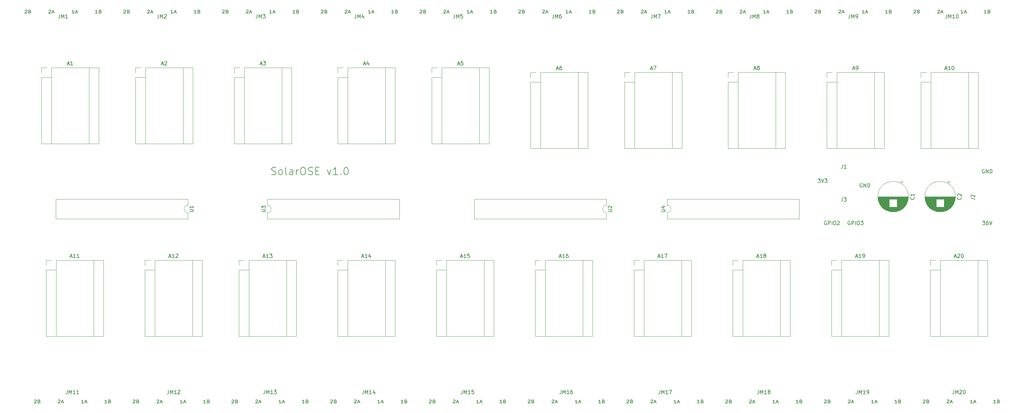
<source format=gbr>
G04 #@! TF.GenerationSoftware,KiCad,Pcbnew,5.1.5-52549c5~84~ubuntu18.04.1*
G04 #@! TF.CreationDate,2020-03-09T20:44:28+01:00*
G04 #@! TF.ProjectId,solarOSE_kicad,736f6c61-724f-4534-955f-6b696361642e,rev?*
G04 #@! TF.SameCoordinates,Original*
G04 #@! TF.FileFunction,Legend,Top*
G04 #@! TF.FilePolarity,Positive*
%FSLAX46Y46*%
G04 Gerber Fmt 4.6, Leading zero omitted, Abs format (unit mm)*
G04 Created by KiCad (PCBNEW 5.1.5-52549c5~84~ubuntu18.04.1) date 2020-03-09 20:44:28*
%MOMM*%
%LPD*%
G04 APERTURE LIST*
%ADD10C,0.150000*%
%ADD11C,0.120000*%
G04 APERTURE END LIST*
D10*
X83646666Y-83359523D02*
X83932380Y-83454761D01*
X84408571Y-83454761D01*
X84599047Y-83359523D01*
X84694285Y-83264285D01*
X84789523Y-83073809D01*
X84789523Y-82883333D01*
X84694285Y-82692857D01*
X84599047Y-82597619D01*
X84408571Y-82502380D01*
X84027619Y-82407142D01*
X83837142Y-82311904D01*
X83741904Y-82216666D01*
X83646666Y-82026190D01*
X83646666Y-81835714D01*
X83741904Y-81645238D01*
X83837142Y-81550000D01*
X84027619Y-81454761D01*
X84503809Y-81454761D01*
X84789523Y-81550000D01*
X85932380Y-83454761D02*
X85741904Y-83359523D01*
X85646666Y-83264285D01*
X85551428Y-83073809D01*
X85551428Y-82502380D01*
X85646666Y-82311904D01*
X85741904Y-82216666D01*
X85932380Y-82121428D01*
X86218095Y-82121428D01*
X86408571Y-82216666D01*
X86503809Y-82311904D01*
X86599047Y-82502380D01*
X86599047Y-83073809D01*
X86503809Y-83264285D01*
X86408571Y-83359523D01*
X86218095Y-83454761D01*
X85932380Y-83454761D01*
X87741904Y-83454761D02*
X87551428Y-83359523D01*
X87456190Y-83169047D01*
X87456190Y-81454761D01*
X89360952Y-83454761D02*
X89360952Y-82407142D01*
X89265714Y-82216666D01*
X89075238Y-82121428D01*
X88694285Y-82121428D01*
X88503809Y-82216666D01*
X89360952Y-83359523D02*
X89170476Y-83454761D01*
X88694285Y-83454761D01*
X88503809Y-83359523D01*
X88408571Y-83169047D01*
X88408571Y-82978571D01*
X88503809Y-82788095D01*
X88694285Y-82692857D01*
X89170476Y-82692857D01*
X89360952Y-82597619D01*
X90313333Y-83454761D02*
X90313333Y-82121428D01*
X90313333Y-82502380D02*
X90408571Y-82311904D01*
X90503809Y-82216666D01*
X90694285Y-82121428D01*
X90884761Y-82121428D01*
X91932380Y-81454761D02*
X92313333Y-81454761D01*
X92503809Y-81550000D01*
X92694285Y-81740476D01*
X92789523Y-82121428D01*
X92789523Y-82788095D01*
X92694285Y-83169047D01*
X92503809Y-83359523D01*
X92313333Y-83454761D01*
X91932380Y-83454761D01*
X91741904Y-83359523D01*
X91551428Y-83169047D01*
X91456190Y-82788095D01*
X91456190Y-82121428D01*
X91551428Y-81740476D01*
X91741904Y-81550000D01*
X91932380Y-81454761D01*
X93551428Y-83359523D02*
X93837142Y-83454761D01*
X94313333Y-83454761D01*
X94503809Y-83359523D01*
X94599047Y-83264285D01*
X94694285Y-83073809D01*
X94694285Y-82883333D01*
X94599047Y-82692857D01*
X94503809Y-82597619D01*
X94313333Y-82502380D01*
X93932380Y-82407142D01*
X93741904Y-82311904D01*
X93646666Y-82216666D01*
X93551428Y-82026190D01*
X93551428Y-81835714D01*
X93646666Y-81645238D01*
X93741904Y-81550000D01*
X93932380Y-81454761D01*
X94408571Y-81454761D01*
X94694285Y-81550000D01*
X95551428Y-82407142D02*
X96218095Y-82407142D01*
X96503809Y-83454761D02*
X95551428Y-83454761D01*
X95551428Y-81454761D01*
X96503809Y-81454761D01*
X98694285Y-82121428D02*
X99170476Y-83454761D01*
X99646666Y-82121428D01*
X101456190Y-83454761D02*
X100313333Y-83454761D01*
X100884761Y-83454761D02*
X100884761Y-81454761D01*
X100694285Y-81740476D01*
X100503809Y-81930952D01*
X100313333Y-82026190D01*
X102313333Y-83264285D02*
X102408571Y-83359523D01*
X102313333Y-83454761D01*
X102218095Y-83359523D01*
X102313333Y-83264285D01*
X102313333Y-83454761D01*
X103646666Y-81454761D02*
X103837142Y-81454761D01*
X104027619Y-81550000D01*
X104122857Y-81645238D01*
X104218095Y-81835714D01*
X104313333Y-82216666D01*
X104313333Y-82692857D01*
X104218095Y-83073809D01*
X104122857Y-83264285D01*
X104027619Y-83359523D01*
X103837142Y-83454761D01*
X103646666Y-83454761D01*
X103456190Y-83359523D01*
X103360952Y-83264285D01*
X103265714Y-83073809D01*
X103170476Y-82692857D01*
X103170476Y-82216666D01*
X103265714Y-81835714D01*
X103360952Y-81645238D01*
X103456190Y-81550000D01*
X103646666Y-81454761D01*
X276098095Y-82050000D02*
X276002857Y-82002380D01*
X275860000Y-82002380D01*
X275717142Y-82050000D01*
X275621904Y-82145238D01*
X275574285Y-82240476D01*
X275526666Y-82430952D01*
X275526666Y-82573809D01*
X275574285Y-82764285D01*
X275621904Y-82859523D01*
X275717142Y-82954761D01*
X275860000Y-83002380D01*
X275955238Y-83002380D01*
X276098095Y-82954761D01*
X276145714Y-82907142D01*
X276145714Y-82573809D01*
X275955238Y-82573809D01*
X276574285Y-83002380D02*
X276574285Y-82002380D01*
X277145714Y-83002380D01*
X277145714Y-82002380D01*
X277621904Y-83002380D02*
X277621904Y-82002380D01*
X277860000Y-82002380D01*
X278002857Y-82050000D01*
X278098095Y-82145238D01*
X278145714Y-82240476D01*
X278193333Y-82430952D01*
X278193333Y-82573809D01*
X278145714Y-82764285D01*
X278098095Y-82859523D01*
X278002857Y-82954761D01*
X277860000Y-83002380D01*
X277621904Y-83002380D01*
X275621904Y-95972380D02*
X276240952Y-95972380D01*
X275907619Y-96353333D01*
X276050476Y-96353333D01*
X276145714Y-96400952D01*
X276193333Y-96448571D01*
X276240952Y-96543809D01*
X276240952Y-96781904D01*
X276193333Y-96877142D01*
X276145714Y-96924761D01*
X276050476Y-96972380D01*
X275764761Y-96972380D01*
X275669523Y-96924761D01*
X275621904Y-96877142D01*
X277098095Y-95972380D02*
X276907619Y-95972380D01*
X276812380Y-96020000D01*
X276764761Y-96067619D01*
X276669523Y-96210476D01*
X276621904Y-96400952D01*
X276621904Y-96781904D01*
X276669523Y-96877142D01*
X276717142Y-96924761D01*
X276812380Y-96972380D01*
X277002857Y-96972380D01*
X277098095Y-96924761D01*
X277145714Y-96877142D01*
X277193333Y-96781904D01*
X277193333Y-96543809D01*
X277145714Y-96448571D01*
X277098095Y-96400952D01*
X277002857Y-96353333D01*
X276812380Y-96353333D01*
X276717142Y-96400952D01*
X276669523Y-96448571D01*
X276621904Y-96543809D01*
X277479047Y-95972380D02*
X277812380Y-96972380D01*
X278145714Y-95972380D01*
X239823809Y-96020000D02*
X239728571Y-95972380D01*
X239585714Y-95972380D01*
X239442857Y-96020000D01*
X239347619Y-96115238D01*
X239300000Y-96210476D01*
X239252380Y-96400952D01*
X239252380Y-96543809D01*
X239300000Y-96734285D01*
X239347619Y-96829523D01*
X239442857Y-96924761D01*
X239585714Y-96972380D01*
X239680952Y-96972380D01*
X239823809Y-96924761D01*
X239871428Y-96877142D01*
X239871428Y-96543809D01*
X239680952Y-96543809D01*
X240300000Y-96972380D02*
X240300000Y-95972380D01*
X240680952Y-95972380D01*
X240776190Y-96020000D01*
X240823809Y-96067619D01*
X240871428Y-96162857D01*
X240871428Y-96305714D01*
X240823809Y-96400952D01*
X240776190Y-96448571D01*
X240680952Y-96496190D01*
X240300000Y-96496190D01*
X241300000Y-96972380D02*
X241300000Y-95972380D01*
X241966666Y-95972380D02*
X242157142Y-95972380D01*
X242252380Y-96020000D01*
X242347619Y-96115238D01*
X242395238Y-96305714D01*
X242395238Y-96639047D01*
X242347619Y-96829523D01*
X242252380Y-96924761D01*
X242157142Y-96972380D01*
X241966666Y-96972380D01*
X241871428Y-96924761D01*
X241776190Y-96829523D01*
X241728571Y-96639047D01*
X241728571Y-96305714D01*
X241776190Y-96115238D01*
X241871428Y-96020000D01*
X241966666Y-95972380D01*
X242728571Y-95972380D02*
X243347619Y-95972380D01*
X243014285Y-96353333D01*
X243157142Y-96353333D01*
X243252380Y-96400952D01*
X243300000Y-96448571D01*
X243347619Y-96543809D01*
X243347619Y-96781904D01*
X243300000Y-96877142D01*
X243252380Y-96924761D01*
X243157142Y-96972380D01*
X242871428Y-96972380D01*
X242776190Y-96924761D01*
X242728571Y-96877142D01*
X233473809Y-96020000D02*
X233378571Y-95972380D01*
X233235714Y-95972380D01*
X233092857Y-96020000D01*
X232997619Y-96115238D01*
X232950000Y-96210476D01*
X232902380Y-96400952D01*
X232902380Y-96543809D01*
X232950000Y-96734285D01*
X232997619Y-96829523D01*
X233092857Y-96924761D01*
X233235714Y-96972380D01*
X233330952Y-96972380D01*
X233473809Y-96924761D01*
X233521428Y-96877142D01*
X233521428Y-96543809D01*
X233330952Y-96543809D01*
X233950000Y-96972380D02*
X233950000Y-95972380D01*
X234330952Y-95972380D01*
X234426190Y-96020000D01*
X234473809Y-96067619D01*
X234521428Y-96162857D01*
X234521428Y-96305714D01*
X234473809Y-96400952D01*
X234426190Y-96448571D01*
X234330952Y-96496190D01*
X233950000Y-96496190D01*
X234950000Y-96972380D02*
X234950000Y-95972380D01*
X235616666Y-95972380D02*
X235807142Y-95972380D01*
X235902380Y-96020000D01*
X235997619Y-96115238D01*
X236045238Y-96305714D01*
X236045238Y-96639047D01*
X235997619Y-96829523D01*
X235902380Y-96924761D01*
X235807142Y-96972380D01*
X235616666Y-96972380D01*
X235521428Y-96924761D01*
X235426190Y-96829523D01*
X235378571Y-96639047D01*
X235378571Y-96305714D01*
X235426190Y-96115238D01*
X235521428Y-96020000D01*
X235616666Y-95972380D01*
X236426190Y-96067619D02*
X236473809Y-96020000D01*
X236569047Y-95972380D01*
X236807142Y-95972380D01*
X236902380Y-96020000D01*
X236950000Y-96067619D01*
X236997619Y-96162857D01*
X236997619Y-96258095D01*
X236950000Y-96400952D01*
X236378571Y-96972380D01*
X236997619Y-96972380D01*
X243078095Y-85860000D02*
X242982857Y-85812380D01*
X242840000Y-85812380D01*
X242697142Y-85860000D01*
X242601904Y-85955238D01*
X242554285Y-86050476D01*
X242506666Y-86240952D01*
X242506666Y-86383809D01*
X242554285Y-86574285D01*
X242601904Y-86669523D01*
X242697142Y-86764761D01*
X242840000Y-86812380D01*
X242935238Y-86812380D01*
X243078095Y-86764761D01*
X243125714Y-86717142D01*
X243125714Y-86383809D01*
X242935238Y-86383809D01*
X243554285Y-86812380D02*
X243554285Y-85812380D01*
X244125714Y-86812380D01*
X244125714Y-85812380D01*
X244601904Y-86812380D02*
X244601904Y-85812380D01*
X244840000Y-85812380D01*
X244982857Y-85860000D01*
X245078095Y-85955238D01*
X245125714Y-86050476D01*
X245173333Y-86240952D01*
X245173333Y-86383809D01*
X245125714Y-86574285D01*
X245078095Y-86669523D01*
X244982857Y-86764761D01*
X244840000Y-86812380D01*
X244601904Y-86812380D01*
X231171904Y-84542380D02*
X231790952Y-84542380D01*
X231457619Y-84923333D01*
X231600476Y-84923333D01*
X231695714Y-84970952D01*
X231743333Y-85018571D01*
X231790952Y-85113809D01*
X231790952Y-85351904D01*
X231743333Y-85447142D01*
X231695714Y-85494761D01*
X231600476Y-85542380D01*
X231314761Y-85542380D01*
X231219523Y-85494761D01*
X231171904Y-85447142D01*
X232076666Y-84542380D02*
X232410000Y-85542380D01*
X232743333Y-84542380D01*
X232981428Y-84542380D02*
X233600476Y-84542380D01*
X233267142Y-84923333D01*
X233410000Y-84923333D01*
X233505238Y-84970952D01*
X233552857Y-85018571D01*
X233600476Y-85113809D01*
X233600476Y-85351904D01*
X233552857Y-85447142D01*
X233505238Y-85494761D01*
X233410000Y-85542380D01*
X233124285Y-85542380D01*
X233029047Y-85494761D01*
X232981428Y-85447142D01*
X99544285Y-144418095D02*
X99591904Y-144380000D01*
X99687142Y-144341904D01*
X99925238Y-144341904D01*
X100020476Y-144380000D01*
X100068095Y-144418095D01*
X100115714Y-144494285D01*
X100115714Y-144570476D01*
X100068095Y-144684761D01*
X99496666Y-145141904D01*
X100115714Y-145141904D01*
X100877619Y-144722857D02*
X101020476Y-144760952D01*
X101068095Y-144799047D01*
X101115714Y-144875238D01*
X101115714Y-144989523D01*
X101068095Y-145065714D01*
X101020476Y-145103809D01*
X100925238Y-145141904D01*
X100544285Y-145141904D01*
X100544285Y-144341904D01*
X100877619Y-144341904D01*
X100972857Y-144380000D01*
X101020476Y-144418095D01*
X101068095Y-144494285D01*
X101068095Y-144570476D01*
X101020476Y-144646666D01*
X100972857Y-144684761D01*
X100877619Y-144722857D01*
X100544285Y-144722857D01*
X112887142Y-145141904D02*
X112315714Y-145141904D01*
X112601428Y-145141904D02*
X112601428Y-144341904D01*
X112506190Y-144456190D01*
X112410952Y-144532380D01*
X112315714Y-144570476D01*
X113268095Y-144913333D02*
X113744285Y-144913333D01*
X113172857Y-145141904D02*
X113506190Y-144341904D01*
X113839523Y-145141904D01*
X119165714Y-145141904D02*
X118594285Y-145141904D01*
X118880000Y-145141904D02*
X118880000Y-144341904D01*
X118784761Y-144456190D01*
X118689523Y-144532380D01*
X118594285Y-144570476D01*
X119927619Y-144722857D02*
X120070476Y-144760952D01*
X120118095Y-144799047D01*
X120165714Y-144875238D01*
X120165714Y-144989523D01*
X120118095Y-145065714D01*
X120070476Y-145103809D01*
X119975238Y-145141904D01*
X119594285Y-145141904D01*
X119594285Y-144341904D01*
X119927619Y-144341904D01*
X120022857Y-144380000D01*
X120070476Y-144418095D01*
X120118095Y-144494285D01*
X120118095Y-144570476D01*
X120070476Y-144646666D01*
X120022857Y-144684761D01*
X119927619Y-144722857D01*
X119594285Y-144722857D01*
X105965714Y-144418095D02*
X106013333Y-144380000D01*
X106108571Y-144341904D01*
X106346666Y-144341904D01*
X106441904Y-144380000D01*
X106489523Y-144418095D01*
X106537142Y-144494285D01*
X106537142Y-144570476D01*
X106489523Y-144684761D01*
X105918095Y-145141904D01*
X106537142Y-145141904D01*
X106918095Y-144913333D02*
X107394285Y-144913333D01*
X106822857Y-145141904D02*
X107156190Y-144341904D01*
X107489523Y-145141904D01*
X92495714Y-145141904D02*
X91924285Y-145141904D01*
X92210000Y-145141904D02*
X92210000Y-144341904D01*
X92114761Y-144456190D01*
X92019523Y-144532380D01*
X91924285Y-144570476D01*
X93257619Y-144722857D02*
X93400476Y-144760952D01*
X93448095Y-144799047D01*
X93495714Y-144875238D01*
X93495714Y-144989523D01*
X93448095Y-145065714D01*
X93400476Y-145103809D01*
X93305238Y-145141904D01*
X92924285Y-145141904D01*
X92924285Y-144341904D01*
X93257619Y-144341904D01*
X93352857Y-144380000D01*
X93400476Y-144418095D01*
X93448095Y-144494285D01*
X93448095Y-144570476D01*
X93400476Y-144646666D01*
X93352857Y-144684761D01*
X93257619Y-144722857D01*
X92924285Y-144722857D01*
X79295714Y-144418095D02*
X79343333Y-144380000D01*
X79438571Y-144341904D01*
X79676666Y-144341904D01*
X79771904Y-144380000D01*
X79819523Y-144418095D01*
X79867142Y-144494285D01*
X79867142Y-144570476D01*
X79819523Y-144684761D01*
X79248095Y-145141904D01*
X79867142Y-145141904D01*
X80248095Y-144913333D02*
X80724285Y-144913333D01*
X80152857Y-145141904D02*
X80486190Y-144341904D01*
X80819523Y-145141904D01*
X152884285Y-144418095D02*
X152931904Y-144380000D01*
X153027142Y-144341904D01*
X153265238Y-144341904D01*
X153360476Y-144380000D01*
X153408095Y-144418095D01*
X153455714Y-144494285D01*
X153455714Y-144570476D01*
X153408095Y-144684761D01*
X152836666Y-145141904D01*
X153455714Y-145141904D01*
X154217619Y-144722857D02*
X154360476Y-144760952D01*
X154408095Y-144799047D01*
X154455714Y-144875238D01*
X154455714Y-144989523D01*
X154408095Y-145065714D01*
X154360476Y-145103809D01*
X154265238Y-145141904D01*
X153884285Y-145141904D01*
X153884285Y-144341904D01*
X154217619Y-144341904D01*
X154312857Y-144380000D01*
X154360476Y-144418095D01*
X154408095Y-144494285D01*
X154408095Y-144570476D01*
X154360476Y-144646666D01*
X154312857Y-144684761D01*
X154217619Y-144722857D01*
X153884285Y-144722857D01*
X166227142Y-145141904D02*
X165655714Y-145141904D01*
X165941428Y-145141904D02*
X165941428Y-144341904D01*
X165846190Y-144456190D01*
X165750952Y-144532380D01*
X165655714Y-144570476D01*
X166608095Y-144913333D02*
X167084285Y-144913333D01*
X166512857Y-145141904D02*
X166846190Y-144341904D01*
X167179523Y-145141904D01*
X172505714Y-145141904D02*
X171934285Y-145141904D01*
X172220000Y-145141904D02*
X172220000Y-144341904D01*
X172124761Y-144456190D01*
X172029523Y-144532380D01*
X171934285Y-144570476D01*
X173267619Y-144722857D02*
X173410476Y-144760952D01*
X173458095Y-144799047D01*
X173505714Y-144875238D01*
X173505714Y-144989523D01*
X173458095Y-145065714D01*
X173410476Y-145103809D01*
X173315238Y-145141904D01*
X172934285Y-145141904D01*
X172934285Y-144341904D01*
X173267619Y-144341904D01*
X173362857Y-144380000D01*
X173410476Y-144418095D01*
X173458095Y-144494285D01*
X173458095Y-144570476D01*
X173410476Y-144646666D01*
X173362857Y-144684761D01*
X173267619Y-144722857D01*
X172934285Y-144722857D01*
X159305714Y-144418095D02*
X159353333Y-144380000D01*
X159448571Y-144341904D01*
X159686666Y-144341904D01*
X159781904Y-144380000D01*
X159829523Y-144418095D01*
X159877142Y-144494285D01*
X159877142Y-144570476D01*
X159829523Y-144684761D01*
X159258095Y-145141904D01*
X159877142Y-145141904D01*
X160258095Y-144913333D02*
X160734285Y-144913333D01*
X160162857Y-145141904D02*
X160496190Y-144341904D01*
X160829523Y-145141904D01*
X179554285Y-144418095D02*
X179601904Y-144380000D01*
X179697142Y-144341904D01*
X179935238Y-144341904D01*
X180030476Y-144380000D01*
X180078095Y-144418095D01*
X180125714Y-144494285D01*
X180125714Y-144570476D01*
X180078095Y-144684761D01*
X179506666Y-145141904D01*
X180125714Y-145141904D01*
X180887619Y-144722857D02*
X181030476Y-144760952D01*
X181078095Y-144799047D01*
X181125714Y-144875238D01*
X181125714Y-144989523D01*
X181078095Y-145065714D01*
X181030476Y-145103809D01*
X180935238Y-145141904D01*
X180554285Y-145141904D01*
X180554285Y-144341904D01*
X180887619Y-144341904D01*
X180982857Y-144380000D01*
X181030476Y-144418095D01*
X181078095Y-144494285D01*
X181078095Y-144570476D01*
X181030476Y-144646666D01*
X180982857Y-144684761D01*
X180887619Y-144722857D01*
X180554285Y-144722857D01*
X192897142Y-145141904D02*
X192325714Y-145141904D01*
X192611428Y-145141904D02*
X192611428Y-144341904D01*
X192516190Y-144456190D01*
X192420952Y-144532380D01*
X192325714Y-144570476D01*
X193278095Y-144913333D02*
X193754285Y-144913333D01*
X193182857Y-145141904D02*
X193516190Y-144341904D01*
X193849523Y-145141904D01*
X199175714Y-145141904D02*
X198604285Y-145141904D01*
X198890000Y-145141904D02*
X198890000Y-144341904D01*
X198794761Y-144456190D01*
X198699523Y-144532380D01*
X198604285Y-144570476D01*
X199937619Y-144722857D02*
X200080476Y-144760952D01*
X200128095Y-144799047D01*
X200175714Y-144875238D01*
X200175714Y-144989523D01*
X200128095Y-145065714D01*
X200080476Y-145103809D01*
X199985238Y-145141904D01*
X199604285Y-145141904D01*
X199604285Y-144341904D01*
X199937619Y-144341904D01*
X200032857Y-144380000D01*
X200080476Y-144418095D01*
X200128095Y-144494285D01*
X200128095Y-144570476D01*
X200080476Y-144646666D01*
X200032857Y-144684761D01*
X199937619Y-144722857D01*
X199604285Y-144722857D01*
X185975714Y-144418095D02*
X186023333Y-144380000D01*
X186118571Y-144341904D01*
X186356666Y-144341904D01*
X186451904Y-144380000D01*
X186499523Y-144418095D01*
X186547142Y-144494285D01*
X186547142Y-144570476D01*
X186499523Y-144684761D01*
X185928095Y-145141904D01*
X186547142Y-145141904D01*
X186928095Y-144913333D02*
X187404285Y-144913333D01*
X186832857Y-145141904D02*
X187166190Y-144341904D01*
X187499523Y-145141904D01*
X232894285Y-144418095D02*
X232941904Y-144380000D01*
X233037142Y-144341904D01*
X233275238Y-144341904D01*
X233370476Y-144380000D01*
X233418095Y-144418095D01*
X233465714Y-144494285D01*
X233465714Y-144570476D01*
X233418095Y-144684761D01*
X232846666Y-145141904D01*
X233465714Y-145141904D01*
X234227619Y-144722857D02*
X234370476Y-144760952D01*
X234418095Y-144799047D01*
X234465714Y-144875238D01*
X234465714Y-144989523D01*
X234418095Y-145065714D01*
X234370476Y-145103809D01*
X234275238Y-145141904D01*
X233894285Y-145141904D01*
X233894285Y-144341904D01*
X234227619Y-144341904D01*
X234322857Y-144380000D01*
X234370476Y-144418095D01*
X234418095Y-144494285D01*
X234418095Y-144570476D01*
X234370476Y-144646666D01*
X234322857Y-144684761D01*
X234227619Y-144722857D01*
X233894285Y-144722857D01*
X246237142Y-145141904D02*
X245665714Y-145141904D01*
X245951428Y-145141904D02*
X245951428Y-144341904D01*
X245856190Y-144456190D01*
X245760952Y-144532380D01*
X245665714Y-144570476D01*
X246618095Y-144913333D02*
X247094285Y-144913333D01*
X246522857Y-145141904D02*
X246856190Y-144341904D01*
X247189523Y-145141904D01*
X252515714Y-145141904D02*
X251944285Y-145141904D01*
X252230000Y-145141904D02*
X252230000Y-144341904D01*
X252134761Y-144456190D01*
X252039523Y-144532380D01*
X251944285Y-144570476D01*
X253277619Y-144722857D02*
X253420476Y-144760952D01*
X253468095Y-144799047D01*
X253515714Y-144875238D01*
X253515714Y-144989523D01*
X253468095Y-145065714D01*
X253420476Y-145103809D01*
X253325238Y-145141904D01*
X252944285Y-145141904D01*
X252944285Y-144341904D01*
X253277619Y-144341904D01*
X253372857Y-144380000D01*
X253420476Y-144418095D01*
X253468095Y-144494285D01*
X253468095Y-144570476D01*
X253420476Y-144646666D01*
X253372857Y-144684761D01*
X253277619Y-144722857D01*
X252944285Y-144722857D01*
X239315714Y-144418095D02*
X239363333Y-144380000D01*
X239458571Y-144341904D01*
X239696666Y-144341904D01*
X239791904Y-144380000D01*
X239839523Y-144418095D01*
X239887142Y-144494285D01*
X239887142Y-144570476D01*
X239839523Y-144684761D01*
X239268095Y-145141904D01*
X239887142Y-145141904D01*
X240268095Y-144913333D02*
X240744285Y-144913333D01*
X240172857Y-145141904D02*
X240506190Y-144341904D01*
X240839523Y-145141904D01*
X259564285Y-144418095D02*
X259611904Y-144380000D01*
X259707142Y-144341904D01*
X259945238Y-144341904D01*
X260040476Y-144380000D01*
X260088095Y-144418095D01*
X260135714Y-144494285D01*
X260135714Y-144570476D01*
X260088095Y-144684761D01*
X259516666Y-145141904D01*
X260135714Y-145141904D01*
X260897619Y-144722857D02*
X261040476Y-144760952D01*
X261088095Y-144799047D01*
X261135714Y-144875238D01*
X261135714Y-144989523D01*
X261088095Y-145065714D01*
X261040476Y-145103809D01*
X260945238Y-145141904D01*
X260564285Y-145141904D01*
X260564285Y-144341904D01*
X260897619Y-144341904D01*
X260992857Y-144380000D01*
X261040476Y-144418095D01*
X261088095Y-144494285D01*
X261088095Y-144570476D01*
X261040476Y-144646666D01*
X260992857Y-144684761D01*
X260897619Y-144722857D01*
X260564285Y-144722857D01*
X272907142Y-145141904D02*
X272335714Y-145141904D01*
X272621428Y-145141904D02*
X272621428Y-144341904D01*
X272526190Y-144456190D01*
X272430952Y-144532380D01*
X272335714Y-144570476D01*
X273288095Y-144913333D02*
X273764285Y-144913333D01*
X273192857Y-145141904D02*
X273526190Y-144341904D01*
X273859523Y-145141904D01*
X279185714Y-145141904D02*
X278614285Y-145141904D01*
X278900000Y-145141904D02*
X278900000Y-144341904D01*
X278804761Y-144456190D01*
X278709523Y-144532380D01*
X278614285Y-144570476D01*
X279947619Y-144722857D02*
X280090476Y-144760952D01*
X280138095Y-144799047D01*
X280185714Y-144875238D01*
X280185714Y-144989523D01*
X280138095Y-145065714D01*
X280090476Y-145103809D01*
X279995238Y-145141904D01*
X279614285Y-145141904D01*
X279614285Y-144341904D01*
X279947619Y-144341904D01*
X280042857Y-144380000D01*
X280090476Y-144418095D01*
X280138095Y-144494285D01*
X280138095Y-144570476D01*
X280090476Y-144646666D01*
X280042857Y-144684761D01*
X279947619Y-144722857D01*
X279614285Y-144722857D01*
X265985714Y-144418095D02*
X266033333Y-144380000D01*
X266128571Y-144341904D01*
X266366666Y-144341904D01*
X266461904Y-144380000D01*
X266509523Y-144418095D01*
X266557142Y-144494285D01*
X266557142Y-144570476D01*
X266509523Y-144684761D01*
X265938095Y-145141904D01*
X266557142Y-145141904D01*
X266938095Y-144913333D02*
X267414285Y-144913333D01*
X266842857Y-145141904D02*
X267176190Y-144341904D01*
X267509523Y-145141904D01*
X46204285Y-144418095D02*
X46251904Y-144380000D01*
X46347142Y-144341904D01*
X46585238Y-144341904D01*
X46680476Y-144380000D01*
X46728095Y-144418095D01*
X46775714Y-144494285D01*
X46775714Y-144570476D01*
X46728095Y-144684761D01*
X46156666Y-145141904D01*
X46775714Y-145141904D01*
X47537619Y-144722857D02*
X47680476Y-144760952D01*
X47728095Y-144799047D01*
X47775714Y-144875238D01*
X47775714Y-144989523D01*
X47728095Y-145065714D01*
X47680476Y-145103809D01*
X47585238Y-145141904D01*
X47204285Y-145141904D01*
X47204285Y-144341904D01*
X47537619Y-144341904D01*
X47632857Y-144380000D01*
X47680476Y-144418095D01*
X47728095Y-144494285D01*
X47728095Y-144570476D01*
X47680476Y-144646666D01*
X47632857Y-144684761D01*
X47537619Y-144722857D01*
X47204285Y-144722857D01*
X59547142Y-145141904D02*
X58975714Y-145141904D01*
X59261428Y-145141904D02*
X59261428Y-144341904D01*
X59166190Y-144456190D01*
X59070952Y-144532380D01*
X58975714Y-144570476D01*
X59928095Y-144913333D02*
X60404285Y-144913333D01*
X59832857Y-145141904D02*
X60166190Y-144341904D01*
X60499523Y-145141904D01*
X65825714Y-145141904D02*
X65254285Y-145141904D01*
X65540000Y-145141904D02*
X65540000Y-144341904D01*
X65444761Y-144456190D01*
X65349523Y-144532380D01*
X65254285Y-144570476D01*
X66587619Y-144722857D02*
X66730476Y-144760952D01*
X66778095Y-144799047D01*
X66825714Y-144875238D01*
X66825714Y-144989523D01*
X66778095Y-145065714D01*
X66730476Y-145103809D01*
X66635238Y-145141904D01*
X66254285Y-145141904D01*
X66254285Y-144341904D01*
X66587619Y-144341904D01*
X66682857Y-144380000D01*
X66730476Y-144418095D01*
X66778095Y-144494285D01*
X66778095Y-144570476D01*
X66730476Y-144646666D01*
X66682857Y-144684761D01*
X66587619Y-144722857D01*
X66254285Y-144722857D01*
X32877142Y-145141904D02*
X32305714Y-145141904D01*
X32591428Y-145141904D02*
X32591428Y-144341904D01*
X32496190Y-144456190D01*
X32400952Y-144532380D01*
X32305714Y-144570476D01*
X33258095Y-144913333D02*
X33734285Y-144913333D01*
X33162857Y-145141904D02*
X33496190Y-144341904D01*
X33829523Y-145141904D01*
X206224285Y-144418095D02*
X206271904Y-144380000D01*
X206367142Y-144341904D01*
X206605238Y-144341904D01*
X206700476Y-144380000D01*
X206748095Y-144418095D01*
X206795714Y-144494285D01*
X206795714Y-144570476D01*
X206748095Y-144684761D01*
X206176666Y-145141904D01*
X206795714Y-145141904D01*
X207557619Y-144722857D02*
X207700476Y-144760952D01*
X207748095Y-144799047D01*
X207795714Y-144875238D01*
X207795714Y-144989523D01*
X207748095Y-145065714D01*
X207700476Y-145103809D01*
X207605238Y-145141904D01*
X207224285Y-145141904D01*
X207224285Y-144341904D01*
X207557619Y-144341904D01*
X207652857Y-144380000D01*
X207700476Y-144418095D01*
X207748095Y-144494285D01*
X207748095Y-144570476D01*
X207700476Y-144646666D01*
X207652857Y-144684761D01*
X207557619Y-144722857D01*
X207224285Y-144722857D01*
X219567142Y-145141904D02*
X218995714Y-145141904D01*
X219281428Y-145141904D02*
X219281428Y-144341904D01*
X219186190Y-144456190D01*
X219090952Y-144532380D01*
X218995714Y-144570476D01*
X219948095Y-144913333D02*
X220424285Y-144913333D01*
X219852857Y-145141904D02*
X220186190Y-144341904D01*
X220519523Y-145141904D01*
X225845714Y-145141904D02*
X225274285Y-145141904D01*
X225560000Y-145141904D02*
X225560000Y-144341904D01*
X225464761Y-144456190D01*
X225369523Y-144532380D01*
X225274285Y-144570476D01*
X226607619Y-144722857D02*
X226750476Y-144760952D01*
X226798095Y-144799047D01*
X226845714Y-144875238D01*
X226845714Y-144989523D01*
X226798095Y-145065714D01*
X226750476Y-145103809D01*
X226655238Y-145141904D01*
X226274285Y-145141904D01*
X226274285Y-144341904D01*
X226607619Y-144341904D01*
X226702857Y-144380000D01*
X226750476Y-144418095D01*
X226798095Y-144494285D01*
X226798095Y-144570476D01*
X226750476Y-144646666D01*
X226702857Y-144684761D01*
X226607619Y-144722857D01*
X226274285Y-144722857D01*
X212645714Y-144418095D02*
X212693333Y-144380000D01*
X212788571Y-144341904D01*
X213026666Y-144341904D01*
X213121904Y-144380000D01*
X213169523Y-144418095D01*
X213217142Y-144494285D01*
X213217142Y-144570476D01*
X213169523Y-144684761D01*
X212598095Y-145141904D01*
X213217142Y-145141904D01*
X213598095Y-144913333D02*
X214074285Y-144913333D01*
X213502857Y-145141904D02*
X213836190Y-144341904D01*
X214169523Y-145141904D01*
X52625714Y-144418095D02*
X52673333Y-144380000D01*
X52768571Y-144341904D01*
X53006666Y-144341904D01*
X53101904Y-144380000D01*
X53149523Y-144418095D01*
X53197142Y-144494285D01*
X53197142Y-144570476D01*
X53149523Y-144684761D01*
X52578095Y-145141904D01*
X53197142Y-145141904D01*
X53578095Y-144913333D02*
X54054285Y-144913333D01*
X53482857Y-145141904D02*
X53816190Y-144341904D01*
X54149523Y-145141904D01*
X19534285Y-144418095D02*
X19581904Y-144380000D01*
X19677142Y-144341904D01*
X19915238Y-144341904D01*
X20010476Y-144380000D01*
X20058095Y-144418095D01*
X20105714Y-144494285D01*
X20105714Y-144570476D01*
X20058095Y-144684761D01*
X19486666Y-145141904D01*
X20105714Y-145141904D01*
X20867619Y-144722857D02*
X21010476Y-144760952D01*
X21058095Y-144799047D01*
X21105714Y-144875238D01*
X21105714Y-144989523D01*
X21058095Y-145065714D01*
X21010476Y-145103809D01*
X20915238Y-145141904D01*
X20534285Y-145141904D01*
X20534285Y-144341904D01*
X20867619Y-144341904D01*
X20962857Y-144380000D01*
X21010476Y-144418095D01*
X21058095Y-144494285D01*
X21058095Y-144570476D01*
X21010476Y-144646666D01*
X20962857Y-144684761D01*
X20867619Y-144722857D01*
X20534285Y-144722857D01*
X72874285Y-144418095D02*
X72921904Y-144380000D01*
X73017142Y-144341904D01*
X73255238Y-144341904D01*
X73350476Y-144380000D01*
X73398095Y-144418095D01*
X73445714Y-144494285D01*
X73445714Y-144570476D01*
X73398095Y-144684761D01*
X72826666Y-145141904D01*
X73445714Y-145141904D01*
X74207619Y-144722857D02*
X74350476Y-144760952D01*
X74398095Y-144799047D01*
X74445714Y-144875238D01*
X74445714Y-144989523D01*
X74398095Y-145065714D01*
X74350476Y-145103809D01*
X74255238Y-145141904D01*
X73874285Y-145141904D01*
X73874285Y-144341904D01*
X74207619Y-144341904D01*
X74302857Y-144380000D01*
X74350476Y-144418095D01*
X74398095Y-144494285D01*
X74398095Y-144570476D01*
X74350476Y-144646666D01*
X74302857Y-144684761D01*
X74207619Y-144722857D01*
X73874285Y-144722857D01*
X86217142Y-145141904D02*
X85645714Y-145141904D01*
X85931428Y-145141904D02*
X85931428Y-144341904D01*
X85836190Y-144456190D01*
X85740952Y-144532380D01*
X85645714Y-144570476D01*
X86598095Y-144913333D02*
X87074285Y-144913333D01*
X86502857Y-145141904D02*
X86836190Y-144341904D01*
X87169523Y-145141904D01*
X39155714Y-145141904D02*
X38584285Y-145141904D01*
X38870000Y-145141904D02*
X38870000Y-144341904D01*
X38774761Y-144456190D01*
X38679523Y-144532380D01*
X38584285Y-144570476D01*
X39917619Y-144722857D02*
X40060476Y-144760952D01*
X40108095Y-144799047D01*
X40155714Y-144875238D01*
X40155714Y-144989523D01*
X40108095Y-145065714D01*
X40060476Y-145103809D01*
X39965238Y-145141904D01*
X39584285Y-145141904D01*
X39584285Y-144341904D01*
X39917619Y-144341904D01*
X40012857Y-144380000D01*
X40060476Y-144418095D01*
X40108095Y-144494285D01*
X40108095Y-144570476D01*
X40060476Y-144646666D01*
X40012857Y-144684761D01*
X39917619Y-144722857D01*
X39584285Y-144722857D01*
X25955714Y-144418095D02*
X26003333Y-144380000D01*
X26098571Y-144341904D01*
X26336666Y-144341904D01*
X26431904Y-144380000D01*
X26479523Y-144418095D01*
X26527142Y-144494285D01*
X26527142Y-144570476D01*
X26479523Y-144684761D01*
X25908095Y-145141904D01*
X26527142Y-145141904D01*
X26908095Y-144913333D02*
X27384285Y-144913333D01*
X26812857Y-145141904D02*
X27146190Y-144341904D01*
X27479523Y-145141904D01*
X126214285Y-144418095D02*
X126261904Y-144380000D01*
X126357142Y-144341904D01*
X126595238Y-144341904D01*
X126690476Y-144380000D01*
X126738095Y-144418095D01*
X126785714Y-144494285D01*
X126785714Y-144570476D01*
X126738095Y-144684761D01*
X126166666Y-145141904D01*
X126785714Y-145141904D01*
X127547619Y-144722857D02*
X127690476Y-144760952D01*
X127738095Y-144799047D01*
X127785714Y-144875238D01*
X127785714Y-144989523D01*
X127738095Y-145065714D01*
X127690476Y-145103809D01*
X127595238Y-145141904D01*
X127214285Y-145141904D01*
X127214285Y-144341904D01*
X127547619Y-144341904D01*
X127642857Y-144380000D01*
X127690476Y-144418095D01*
X127738095Y-144494285D01*
X127738095Y-144570476D01*
X127690476Y-144646666D01*
X127642857Y-144684761D01*
X127547619Y-144722857D01*
X127214285Y-144722857D01*
X139557142Y-145141904D02*
X138985714Y-145141904D01*
X139271428Y-145141904D02*
X139271428Y-144341904D01*
X139176190Y-144456190D01*
X139080952Y-144532380D01*
X138985714Y-144570476D01*
X139938095Y-144913333D02*
X140414285Y-144913333D01*
X139842857Y-145141904D02*
X140176190Y-144341904D01*
X140509523Y-145141904D01*
X145835714Y-145141904D02*
X145264285Y-145141904D01*
X145550000Y-145141904D02*
X145550000Y-144341904D01*
X145454761Y-144456190D01*
X145359523Y-144532380D01*
X145264285Y-144570476D01*
X146597619Y-144722857D02*
X146740476Y-144760952D01*
X146788095Y-144799047D01*
X146835714Y-144875238D01*
X146835714Y-144989523D01*
X146788095Y-145065714D01*
X146740476Y-145103809D01*
X146645238Y-145141904D01*
X146264285Y-145141904D01*
X146264285Y-144341904D01*
X146597619Y-144341904D01*
X146692857Y-144380000D01*
X146740476Y-144418095D01*
X146788095Y-144494285D01*
X146788095Y-144570476D01*
X146740476Y-144646666D01*
X146692857Y-144684761D01*
X146597619Y-144722857D01*
X146264285Y-144722857D01*
X132635714Y-144418095D02*
X132683333Y-144380000D01*
X132778571Y-144341904D01*
X133016666Y-144341904D01*
X133111904Y-144380000D01*
X133159523Y-144418095D01*
X133207142Y-144494285D01*
X133207142Y-144570476D01*
X133159523Y-144684761D01*
X132588095Y-145141904D01*
X133207142Y-145141904D01*
X133588095Y-144913333D02*
X134064285Y-144913333D01*
X133492857Y-145141904D02*
X133826190Y-144341904D01*
X134159523Y-145141904D01*
X257024285Y-39008095D02*
X257071904Y-38970000D01*
X257167142Y-38931904D01*
X257405238Y-38931904D01*
X257500476Y-38970000D01*
X257548095Y-39008095D01*
X257595714Y-39084285D01*
X257595714Y-39160476D01*
X257548095Y-39274761D01*
X256976666Y-39731904D01*
X257595714Y-39731904D01*
X258357619Y-39312857D02*
X258500476Y-39350952D01*
X258548095Y-39389047D01*
X258595714Y-39465238D01*
X258595714Y-39579523D01*
X258548095Y-39655714D01*
X258500476Y-39693809D01*
X258405238Y-39731904D01*
X258024285Y-39731904D01*
X258024285Y-38931904D01*
X258357619Y-38931904D01*
X258452857Y-38970000D01*
X258500476Y-39008095D01*
X258548095Y-39084285D01*
X258548095Y-39160476D01*
X258500476Y-39236666D01*
X258452857Y-39274761D01*
X258357619Y-39312857D01*
X258024285Y-39312857D01*
X270367142Y-39731904D02*
X269795714Y-39731904D01*
X270081428Y-39731904D02*
X270081428Y-38931904D01*
X269986190Y-39046190D01*
X269890952Y-39122380D01*
X269795714Y-39160476D01*
X270748095Y-39503333D02*
X271224285Y-39503333D01*
X270652857Y-39731904D02*
X270986190Y-38931904D01*
X271319523Y-39731904D01*
X276645714Y-39731904D02*
X276074285Y-39731904D01*
X276360000Y-39731904D02*
X276360000Y-38931904D01*
X276264761Y-39046190D01*
X276169523Y-39122380D01*
X276074285Y-39160476D01*
X277407619Y-39312857D02*
X277550476Y-39350952D01*
X277598095Y-39389047D01*
X277645714Y-39465238D01*
X277645714Y-39579523D01*
X277598095Y-39655714D01*
X277550476Y-39693809D01*
X277455238Y-39731904D01*
X277074285Y-39731904D01*
X277074285Y-38931904D01*
X277407619Y-38931904D01*
X277502857Y-38970000D01*
X277550476Y-39008095D01*
X277598095Y-39084285D01*
X277598095Y-39160476D01*
X277550476Y-39236666D01*
X277502857Y-39274761D01*
X277407619Y-39312857D01*
X277074285Y-39312857D01*
X263445714Y-39008095D02*
X263493333Y-38970000D01*
X263588571Y-38931904D01*
X263826666Y-38931904D01*
X263921904Y-38970000D01*
X263969523Y-39008095D01*
X264017142Y-39084285D01*
X264017142Y-39160476D01*
X263969523Y-39274761D01*
X263398095Y-39731904D01*
X264017142Y-39731904D01*
X264398095Y-39503333D02*
X264874285Y-39503333D01*
X264302857Y-39731904D02*
X264636190Y-38931904D01*
X264969523Y-39731904D01*
X230354285Y-39008095D02*
X230401904Y-38970000D01*
X230497142Y-38931904D01*
X230735238Y-38931904D01*
X230830476Y-38970000D01*
X230878095Y-39008095D01*
X230925714Y-39084285D01*
X230925714Y-39160476D01*
X230878095Y-39274761D01*
X230306666Y-39731904D01*
X230925714Y-39731904D01*
X231687619Y-39312857D02*
X231830476Y-39350952D01*
X231878095Y-39389047D01*
X231925714Y-39465238D01*
X231925714Y-39579523D01*
X231878095Y-39655714D01*
X231830476Y-39693809D01*
X231735238Y-39731904D01*
X231354285Y-39731904D01*
X231354285Y-38931904D01*
X231687619Y-38931904D01*
X231782857Y-38970000D01*
X231830476Y-39008095D01*
X231878095Y-39084285D01*
X231878095Y-39160476D01*
X231830476Y-39236666D01*
X231782857Y-39274761D01*
X231687619Y-39312857D01*
X231354285Y-39312857D01*
X243697142Y-39731904D02*
X243125714Y-39731904D01*
X243411428Y-39731904D02*
X243411428Y-38931904D01*
X243316190Y-39046190D01*
X243220952Y-39122380D01*
X243125714Y-39160476D01*
X244078095Y-39503333D02*
X244554285Y-39503333D01*
X243982857Y-39731904D02*
X244316190Y-38931904D01*
X244649523Y-39731904D01*
X249975714Y-39731904D02*
X249404285Y-39731904D01*
X249690000Y-39731904D02*
X249690000Y-38931904D01*
X249594761Y-39046190D01*
X249499523Y-39122380D01*
X249404285Y-39160476D01*
X250737619Y-39312857D02*
X250880476Y-39350952D01*
X250928095Y-39389047D01*
X250975714Y-39465238D01*
X250975714Y-39579523D01*
X250928095Y-39655714D01*
X250880476Y-39693809D01*
X250785238Y-39731904D01*
X250404285Y-39731904D01*
X250404285Y-38931904D01*
X250737619Y-38931904D01*
X250832857Y-38970000D01*
X250880476Y-39008095D01*
X250928095Y-39084285D01*
X250928095Y-39160476D01*
X250880476Y-39236666D01*
X250832857Y-39274761D01*
X250737619Y-39312857D01*
X250404285Y-39312857D01*
X236775714Y-39008095D02*
X236823333Y-38970000D01*
X236918571Y-38931904D01*
X237156666Y-38931904D01*
X237251904Y-38970000D01*
X237299523Y-39008095D01*
X237347142Y-39084285D01*
X237347142Y-39160476D01*
X237299523Y-39274761D01*
X236728095Y-39731904D01*
X237347142Y-39731904D01*
X237728095Y-39503333D02*
X238204285Y-39503333D01*
X237632857Y-39731904D02*
X237966190Y-38931904D01*
X238299523Y-39731904D01*
X203684285Y-39008095D02*
X203731904Y-38970000D01*
X203827142Y-38931904D01*
X204065238Y-38931904D01*
X204160476Y-38970000D01*
X204208095Y-39008095D01*
X204255714Y-39084285D01*
X204255714Y-39160476D01*
X204208095Y-39274761D01*
X203636666Y-39731904D01*
X204255714Y-39731904D01*
X205017619Y-39312857D02*
X205160476Y-39350952D01*
X205208095Y-39389047D01*
X205255714Y-39465238D01*
X205255714Y-39579523D01*
X205208095Y-39655714D01*
X205160476Y-39693809D01*
X205065238Y-39731904D01*
X204684285Y-39731904D01*
X204684285Y-38931904D01*
X205017619Y-38931904D01*
X205112857Y-38970000D01*
X205160476Y-39008095D01*
X205208095Y-39084285D01*
X205208095Y-39160476D01*
X205160476Y-39236666D01*
X205112857Y-39274761D01*
X205017619Y-39312857D01*
X204684285Y-39312857D01*
X217027142Y-39731904D02*
X216455714Y-39731904D01*
X216741428Y-39731904D02*
X216741428Y-38931904D01*
X216646190Y-39046190D01*
X216550952Y-39122380D01*
X216455714Y-39160476D01*
X217408095Y-39503333D02*
X217884285Y-39503333D01*
X217312857Y-39731904D02*
X217646190Y-38931904D01*
X217979523Y-39731904D01*
X223305714Y-39731904D02*
X222734285Y-39731904D01*
X223020000Y-39731904D02*
X223020000Y-38931904D01*
X222924761Y-39046190D01*
X222829523Y-39122380D01*
X222734285Y-39160476D01*
X224067619Y-39312857D02*
X224210476Y-39350952D01*
X224258095Y-39389047D01*
X224305714Y-39465238D01*
X224305714Y-39579523D01*
X224258095Y-39655714D01*
X224210476Y-39693809D01*
X224115238Y-39731904D01*
X223734285Y-39731904D01*
X223734285Y-38931904D01*
X224067619Y-38931904D01*
X224162857Y-38970000D01*
X224210476Y-39008095D01*
X224258095Y-39084285D01*
X224258095Y-39160476D01*
X224210476Y-39236666D01*
X224162857Y-39274761D01*
X224067619Y-39312857D01*
X223734285Y-39312857D01*
X210105714Y-39008095D02*
X210153333Y-38970000D01*
X210248571Y-38931904D01*
X210486666Y-38931904D01*
X210581904Y-38970000D01*
X210629523Y-39008095D01*
X210677142Y-39084285D01*
X210677142Y-39160476D01*
X210629523Y-39274761D01*
X210058095Y-39731904D01*
X210677142Y-39731904D01*
X211058095Y-39503333D02*
X211534285Y-39503333D01*
X210962857Y-39731904D02*
X211296190Y-38931904D01*
X211629523Y-39731904D01*
X177014285Y-39008095D02*
X177061904Y-38970000D01*
X177157142Y-38931904D01*
X177395238Y-38931904D01*
X177490476Y-38970000D01*
X177538095Y-39008095D01*
X177585714Y-39084285D01*
X177585714Y-39160476D01*
X177538095Y-39274761D01*
X176966666Y-39731904D01*
X177585714Y-39731904D01*
X178347619Y-39312857D02*
X178490476Y-39350952D01*
X178538095Y-39389047D01*
X178585714Y-39465238D01*
X178585714Y-39579523D01*
X178538095Y-39655714D01*
X178490476Y-39693809D01*
X178395238Y-39731904D01*
X178014285Y-39731904D01*
X178014285Y-38931904D01*
X178347619Y-38931904D01*
X178442857Y-38970000D01*
X178490476Y-39008095D01*
X178538095Y-39084285D01*
X178538095Y-39160476D01*
X178490476Y-39236666D01*
X178442857Y-39274761D01*
X178347619Y-39312857D01*
X178014285Y-39312857D01*
X190357142Y-39731904D02*
X189785714Y-39731904D01*
X190071428Y-39731904D02*
X190071428Y-38931904D01*
X189976190Y-39046190D01*
X189880952Y-39122380D01*
X189785714Y-39160476D01*
X190738095Y-39503333D02*
X191214285Y-39503333D01*
X190642857Y-39731904D02*
X190976190Y-38931904D01*
X191309523Y-39731904D01*
X196635714Y-39731904D02*
X196064285Y-39731904D01*
X196350000Y-39731904D02*
X196350000Y-38931904D01*
X196254761Y-39046190D01*
X196159523Y-39122380D01*
X196064285Y-39160476D01*
X197397619Y-39312857D02*
X197540476Y-39350952D01*
X197588095Y-39389047D01*
X197635714Y-39465238D01*
X197635714Y-39579523D01*
X197588095Y-39655714D01*
X197540476Y-39693809D01*
X197445238Y-39731904D01*
X197064285Y-39731904D01*
X197064285Y-38931904D01*
X197397619Y-38931904D01*
X197492857Y-38970000D01*
X197540476Y-39008095D01*
X197588095Y-39084285D01*
X197588095Y-39160476D01*
X197540476Y-39236666D01*
X197492857Y-39274761D01*
X197397619Y-39312857D01*
X197064285Y-39312857D01*
X183435714Y-39008095D02*
X183483333Y-38970000D01*
X183578571Y-38931904D01*
X183816666Y-38931904D01*
X183911904Y-38970000D01*
X183959523Y-39008095D01*
X184007142Y-39084285D01*
X184007142Y-39160476D01*
X183959523Y-39274761D01*
X183388095Y-39731904D01*
X184007142Y-39731904D01*
X184388095Y-39503333D02*
X184864285Y-39503333D01*
X184292857Y-39731904D02*
X184626190Y-38931904D01*
X184959523Y-39731904D01*
X150344285Y-39008095D02*
X150391904Y-38970000D01*
X150487142Y-38931904D01*
X150725238Y-38931904D01*
X150820476Y-38970000D01*
X150868095Y-39008095D01*
X150915714Y-39084285D01*
X150915714Y-39160476D01*
X150868095Y-39274761D01*
X150296666Y-39731904D01*
X150915714Y-39731904D01*
X151677619Y-39312857D02*
X151820476Y-39350952D01*
X151868095Y-39389047D01*
X151915714Y-39465238D01*
X151915714Y-39579523D01*
X151868095Y-39655714D01*
X151820476Y-39693809D01*
X151725238Y-39731904D01*
X151344285Y-39731904D01*
X151344285Y-38931904D01*
X151677619Y-38931904D01*
X151772857Y-38970000D01*
X151820476Y-39008095D01*
X151868095Y-39084285D01*
X151868095Y-39160476D01*
X151820476Y-39236666D01*
X151772857Y-39274761D01*
X151677619Y-39312857D01*
X151344285Y-39312857D01*
X163687142Y-39731904D02*
X163115714Y-39731904D01*
X163401428Y-39731904D02*
X163401428Y-38931904D01*
X163306190Y-39046190D01*
X163210952Y-39122380D01*
X163115714Y-39160476D01*
X164068095Y-39503333D02*
X164544285Y-39503333D01*
X163972857Y-39731904D02*
X164306190Y-38931904D01*
X164639523Y-39731904D01*
X169965714Y-39731904D02*
X169394285Y-39731904D01*
X169680000Y-39731904D02*
X169680000Y-38931904D01*
X169584761Y-39046190D01*
X169489523Y-39122380D01*
X169394285Y-39160476D01*
X170727619Y-39312857D02*
X170870476Y-39350952D01*
X170918095Y-39389047D01*
X170965714Y-39465238D01*
X170965714Y-39579523D01*
X170918095Y-39655714D01*
X170870476Y-39693809D01*
X170775238Y-39731904D01*
X170394285Y-39731904D01*
X170394285Y-38931904D01*
X170727619Y-38931904D01*
X170822857Y-38970000D01*
X170870476Y-39008095D01*
X170918095Y-39084285D01*
X170918095Y-39160476D01*
X170870476Y-39236666D01*
X170822857Y-39274761D01*
X170727619Y-39312857D01*
X170394285Y-39312857D01*
X156765714Y-39008095D02*
X156813333Y-38970000D01*
X156908571Y-38931904D01*
X157146666Y-38931904D01*
X157241904Y-38970000D01*
X157289523Y-39008095D01*
X157337142Y-39084285D01*
X157337142Y-39160476D01*
X157289523Y-39274761D01*
X156718095Y-39731904D01*
X157337142Y-39731904D01*
X157718095Y-39503333D02*
X158194285Y-39503333D01*
X157622857Y-39731904D02*
X157956190Y-38931904D01*
X158289523Y-39731904D01*
X123674285Y-39008095D02*
X123721904Y-38970000D01*
X123817142Y-38931904D01*
X124055238Y-38931904D01*
X124150476Y-38970000D01*
X124198095Y-39008095D01*
X124245714Y-39084285D01*
X124245714Y-39160476D01*
X124198095Y-39274761D01*
X123626666Y-39731904D01*
X124245714Y-39731904D01*
X125007619Y-39312857D02*
X125150476Y-39350952D01*
X125198095Y-39389047D01*
X125245714Y-39465238D01*
X125245714Y-39579523D01*
X125198095Y-39655714D01*
X125150476Y-39693809D01*
X125055238Y-39731904D01*
X124674285Y-39731904D01*
X124674285Y-38931904D01*
X125007619Y-38931904D01*
X125102857Y-38970000D01*
X125150476Y-39008095D01*
X125198095Y-39084285D01*
X125198095Y-39160476D01*
X125150476Y-39236666D01*
X125102857Y-39274761D01*
X125007619Y-39312857D01*
X124674285Y-39312857D01*
X137017142Y-39731904D02*
X136445714Y-39731904D01*
X136731428Y-39731904D02*
X136731428Y-38931904D01*
X136636190Y-39046190D01*
X136540952Y-39122380D01*
X136445714Y-39160476D01*
X137398095Y-39503333D02*
X137874285Y-39503333D01*
X137302857Y-39731904D02*
X137636190Y-38931904D01*
X137969523Y-39731904D01*
X143295714Y-39731904D02*
X142724285Y-39731904D01*
X143010000Y-39731904D02*
X143010000Y-38931904D01*
X142914761Y-39046190D01*
X142819523Y-39122380D01*
X142724285Y-39160476D01*
X144057619Y-39312857D02*
X144200476Y-39350952D01*
X144248095Y-39389047D01*
X144295714Y-39465238D01*
X144295714Y-39579523D01*
X144248095Y-39655714D01*
X144200476Y-39693809D01*
X144105238Y-39731904D01*
X143724285Y-39731904D01*
X143724285Y-38931904D01*
X144057619Y-38931904D01*
X144152857Y-38970000D01*
X144200476Y-39008095D01*
X144248095Y-39084285D01*
X144248095Y-39160476D01*
X144200476Y-39236666D01*
X144152857Y-39274761D01*
X144057619Y-39312857D01*
X143724285Y-39312857D01*
X130095714Y-39008095D02*
X130143333Y-38970000D01*
X130238571Y-38931904D01*
X130476666Y-38931904D01*
X130571904Y-38970000D01*
X130619523Y-39008095D01*
X130667142Y-39084285D01*
X130667142Y-39160476D01*
X130619523Y-39274761D01*
X130048095Y-39731904D01*
X130667142Y-39731904D01*
X131048095Y-39503333D02*
X131524285Y-39503333D01*
X130952857Y-39731904D02*
X131286190Y-38931904D01*
X131619523Y-39731904D01*
X97004285Y-39008095D02*
X97051904Y-38970000D01*
X97147142Y-38931904D01*
X97385238Y-38931904D01*
X97480476Y-38970000D01*
X97528095Y-39008095D01*
X97575714Y-39084285D01*
X97575714Y-39160476D01*
X97528095Y-39274761D01*
X96956666Y-39731904D01*
X97575714Y-39731904D01*
X98337619Y-39312857D02*
X98480476Y-39350952D01*
X98528095Y-39389047D01*
X98575714Y-39465238D01*
X98575714Y-39579523D01*
X98528095Y-39655714D01*
X98480476Y-39693809D01*
X98385238Y-39731904D01*
X98004285Y-39731904D01*
X98004285Y-38931904D01*
X98337619Y-38931904D01*
X98432857Y-38970000D01*
X98480476Y-39008095D01*
X98528095Y-39084285D01*
X98528095Y-39160476D01*
X98480476Y-39236666D01*
X98432857Y-39274761D01*
X98337619Y-39312857D01*
X98004285Y-39312857D01*
X110347142Y-39731904D02*
X109775714Y-39731904D01*
X110061428Y-39731904D02*
X110061428Y-38931904D01*
X109966190Y-39046190D01*
X109870952Y-39122380D01*
X109775714Y-39160476D01*
X110728095Y-39503333D02*
X111204285Y-39503333D01*
X110632857Y-39731904D02*
X110966190Y-38931904D01*
X111299523Y-39731904D01*
X116625714Y-39731904D02*
X116054285Y-39731904D01*
X116340000Y-39731904D02*
X116340000Y-38931904D01*
X116244761Y-39046190D01*
X116149523Y-39122380D01*
X116054285Y-39160476D01*
X117387619Y-39312857D02*
X117530476Y-39350952D01*
X117578095Y-39389047D01*
X117625714Y-39465238D01*
X117625714Y-39579523D01*
X117578095Y-39655714D01*
X117530476Y-39693809D01*
X117435238Y-39731904D01*
X117054285Y-39731904D01*
X117054285Y-38931904D01*
X117387619Y-38931904D01*
X117482857Y-38970000D01*
X117530476Y-39008095D01*
X117578095Y-39084285D01*
X117578095Y-39160476D01*
X117530476Y-39236666D01*
X117482857Y-39274761D01*
X117387619Y-39312857D01*
X117054285Y-39312857D01*
X103425714Y-39008095D02*
X103473333Y-38970000D01*
X103568571Y-38931904D01*
X103806666Y-38931904D01*
X103901904Y-38970000D01*
X103949523Y-39008095D01*
X103997142Y-39084285D01*
X103997142Y-39160476D01*
X103949523Y-39274761D01*
X103378095Y-39731904D01*
X103997142Y-39731904D01*
X104378095Y-39503333D02*
X104854285Y-39503333D01*
X104282857Y-39731904D02*
X104616190Y-38931904D01*
X104949523Y-39731904D01*
X70334285Y-39008095D02*
X70381904Y-38970000D01*
X70477142Y-38931904D01*
X70715238Y-38931904D01*
X70810476Y-38970000D01*
X70858095Y-39008095D01*
X70905714Y-39084285D01*
X70905714Y-39160476D01*
X70858095Y-39274761D01*
X70286666Y-39731904D01*
X70905714Y-39731904D01*
X71667619Y-39312857D02*
X71810476Y-39350952D01*
X71858095Y-39389047D01*
X71905714Y-39465238D01*
X71905714Y-39579523D01*
X71858095Y-39655714D01*
X71810476Y-39693809D01*
X71715238Y-39731904D01*
X71334285Y-39731904D01*
X71334285Y-38931904D01*
X71667619Y-38931904D01*
X71762857Y-38970000D01*
X71810476Y-39008095D01*
X71858095Y-39084285D01*
X71858095Y-39160476D01*
X71810476Y-39236666D01*
X71762857Y-39274761D01*
X71667619Y-39312857D01*
X71334285Y-39312857D01*
X83677142Y-39731904D02*
X83105714Y-39731904D01*
X83391428Y-39731904D02*
X83391428Y-38931904D01*
X83296190Y-39046190D01*
X83200952Y-39122380D01*
X83105714Y-39160476D01*
X84058095Y-39503333D02*
X84534285Y-39503333D01*
X83962857Y-39731904D02*
X84296190Y-38931904D01*
X84629523Y-39731904D01*
X89955714Y-39731904D02*
X89384285Y-39731904D01*
X89670000Y-39731904D02*
X89670000Y-38931904D01*
X89574761Y-39046190D01*
X89479523Y-39122380D01*
X89384285Y-39160476D01*
X90717619Y-39312857D02*
X90860476Y-39350952D01*
X90908095Y-39389047D01*
X90955714Y-39465238D01*
X90955714Y-39579523D01*
X90908095Y-39655714D01*
X90860476Y-39693809D01*
X90765238Y-39731904D01*
X90384285Y-39731904D01*
X90384285Y-38931904D01*
X90717619Y-38931904D01*
X90812857Y-38970000D01*
X90860476Y-39008095D01*
X90908095Y-39084285D01*
X90908095Y-39160476D01*
X90860476Y-39236666D01*
X90812857Y-39274761D01*
X90717619Y-39312857D01*
X90384285Y-39312857D01*
X76755714Y-39008095D02*
X76803333Y-38970000D01*
X76898571Y-38931904D01*
X77136666Y-38931904D01*
X77231904Y-38970000D01*
X77279523Y-39008095D01*
X77327142Y-39084285D01*
X77327142Y-39160476D01*
X77279523Y-39274761D01*
X76708095Y-39731904D01*
X77327142Y-39731904D01*
X77708095Y-39503333D02*
X78184285Y-39503333D01*
X77612857Y-39731904D02*
X77946190Y-38931904D01*
X78279523Y-39731904D01*
X43664285Y-39008095D02*
X43711904Y-38970000D01*
X43807142Y-38931904D01*
X44045238Y-38931904D01*
X44140476Y-38970000D01*
X44188095Y-39008095D01*
X44235714Y-39084285D01*
X44235714Y-39160476D01*
X44188095Y-39274761D01*
X43616666Y-39731904D01*
X44235714Y-39731904D01*
X44997619Y-39312857D02*
X45140476Y-39350952D01*
X45188095Y-39389047D01*
X45235714Y-39465238D01*
X45235714Y-39579523D01*
X45188095Y-39655714D01*
X45140476Y-39693809D01*
X45045238Y-39731904D01*
X44664285Y-39731904D01*
X44664285Y-38931904D01*
X44997619Y-38931904D01*
X45092857Y-38970000D01*
X45140476Y-39008095D01*
X45188095Y-39084285D01*
X45188095Y-39160476D01*
X45140476Y-39236666D01*
X45092857Y-39274761D01*
X44997619Y-39312857D01*
X44664285Y-39312857D01*
X50085714Y-39008095D02*
X50133333Y-38970000D01*
X50228571Y-38931904D01*
X50466666Y-38931904D01*
X50561904Y-38970000D01*
X50609523Y-39008095D01*
X50657142Y-39084285D01*
X50657142Y-39160476D01*
X50609523Y-39274761D01*
X50038095Y-39731904D01*
X50657142Y-39731904D01*
X51038095Y-39503333D02*
X51514285Y-39503333D01*
X50942857Y-39731904D02*
X51276190Y-38931904D01*
X51609523Y-39731904D01*
X57007142Y-39731904D02*
X56435714Y-39731904D01*
X56721428Y-39731904D02*
X56721428Y-38931904D01*
X56626190Y-39046190D01*
X56530952Y-39122380D01*
X56435714Y-39160476D01*
X57388095Y-39503333D02*
X57864285Y-39503333D01*
X57292857Y-39731904D02*
X57626190Y-38931904D01*
X57959523Y-39731904D01*
X63285714Y-39731904D02*
X62714285Y-39731904D01*
X63000000Y-39731904D02*
X63000000Y-38931904D01*
X62904761Y-39046190D01*
X62809523Y-39122380D01*
X62714285Y-39160476D01*
X64047619Y-39312857D02*
X64190476Y-39350952D01*
X64238095Y-39389047D01*
X64285714Y-39465238D01*
X64285714Y-39579523D01*
X64238095Y-39655714D01*
X64190476Y-39693809D01*
X64095238Y-39731904D01*
X63714285Y-39731904D01*
X63714285Y-38931904D01*
X64047619Y-38931904D01*
X64142857Y-38970000D01*
X64190476Y-39008095D01*
X64238095Y-39084285D01*
X64238095Y-39160476D01*
X64190476Y-39236666D01*
X64142857Y-39274761D01*
X64047619Y-39312857D01*
X63714285Y-39312857D01*
X16994285Y-39008095D02*
X17041904Y-38970000D01*
X17137142Y-38931904D01*
X17375238Y-38931904D01*
X17470476Y-38970000D01*
X17518095Y-39008095D01*
X17565714Y-39084285D01*
X17565714Y-39160476D01*
X17518095Y-39274761D01*
X16946666Y-39731904D01*
X17565714Y-39731904D01*
X18327619Y-39312857D02*
X18470476Y-39350952D01*
X18518095Y-39389047D01*
X18565714Y-39465238D01*
X18565714Y-39579523D01*
X18518095Y-39655714D01*
X18470476Y-39693809D01*
X18375238Y-39731904D01*
X17994285Y-39731904D01*
X17994285Y-38931904D01*
X18327619Y-38931904D01*
X18422857Y-38970000D01*
X18470476Y-39008095D01*
X18518095Y-39084285D01*
X18518095Y-39160476D01*
X18470476Y-39236666D01*
X18422857Y-39274761D01*
X18327619Y-39312857D01*
X17994285Y-39312857D01*
X23415714Y-39008095D02*
X23463333Y-38970000D01*
X23558571Y-38931904D01*
X23796666Y-38931904D01*
X23891904Y-38970000D01*
X23939523Y-39008095D01*
X23987142Y-39084285D01*
X23987142Y-39160476D01*
X23939523Y-39274761D01*
X23368095Y-39731904D01*
X23987142Y-39731904D01*
X24368095Y-39503333D02*
X24844285Y-39503333D01*
X24272857Y-39731904D02*
X24606190Y-38931904D01*
X24939523Y-39731904D01*
X30337142Y-39731904D02*
X29765714Y-39731904D01*
X30051428Y-39731904D02*
X30051428Y-38931904D01*
X29956190Y-39046190D01*
X29860952Y-39122380D01*
X29765714Y-39160476D01*
X30718095Y-39503333D02*
X31194285Y-39503333D01*
X30622857Y-39731904D02*
X30956190Y-38931904D01*
X31289523Y-39731904D01*
X36615714Y-39731904D02*
X36044285Y-39731904D01*
X36330000Y-39731904D02*
X36330000Y-38931904D01*
X36234761Y-39046190D01*
X36139523Y-39122380D01*
X36044285Y-39160476D01*
X37377619Y-39312857D02*
X37520476Y-39350952D01*
X37568095Y-39389047D01*
X37615714Y-39465238D01*
X37615714Y-39579523D01*
X37568095Y-39655714D01*
X37520476Y-39693809D01*
X37425238Y-39731904D01*
X37044285Y-39731904D01*
X37044285Y-38931904D01*
X37377619Y-38931904D01*
X37472857Y-38970000D01*
X37520476Y-39008095D01*
X37568095Y-39084285D01*
X37568095Y-39160476D01*
X37520476Y-39236666D01*
X37472857Y-39274761D01*
X37377619Y-39312857D01*
X37044285Y-39312857D01*
D11*
X266875000Y-85370302D02*
X266075000Y-85370302D01*
X266475000Y-84970302D02*
X266475000Y-85770302D01*
X264693000Y-93461000D02*
X263627000Y-93461000D01*
X264928000Y-93421000D02*
X263392000Y-93421000D01*
X265108000Y-93381000D02*
X263212000Y-93381000D01*
X265258000Y-93341000D02*
X263062000Y-93341000D01*
X265389000Y-93301000D02*
X262931000Y-93301000D01*
X265506000Y-93261000D02*
X262814000Y-93261000D01*
X265613000Y-93221000D02*
X262707000Y-93221000D01*
X265712000Y-93181000D02*
X262608000Y-93181000D01*
X265805000Y-93141000D02*
X262515000Y-93141000D01*
X265891000Y-93101000D02*
X262429000Y-93101000D01*
X265973000Y-93061000D02*
X262347000Y-93061000D01*
X266050000Y-93021000D02*
X262270000Y-93021000D01*
X266124000Y-92981000D02*
X262196000Y-92981000D01*
X266194000Y-92941000D02*
X262126000Y-92941000D01*
X266262000Y-92901000D02*
X262058000Y-92901000D01*
X266326000Y-92861000D02*
X261994000Y-92861000D01*
X266388000Y-92821000D02*
X261932000Y-92821000D01*
X266447000Y-92781000D02*
X261873000Y-92781000D01*
X266505000Y-92741000D02*
X261815000Y-92741000D01*
X266560000Y-92701000D02*
X261760000Y-92701000D01*
X266614000Y-92661000D02*
X261706000Y-92661000D01*
X266665000Y-92621000D02*
X261655000Y-92621000D01*
X266716000Y-92581000D02*
X261604000Y-92581000D01*
X266764000Y-92541000D02*
X261556000Y-92541000D01*
X266811000Y-92501000D02*
X261509000Y-92501000D01*
X266857000Y-92461000D02*
X261463000Y-92461000D01*
X266901000Y-92421000D02*
X261419000Y-92421000D01*
X266944000Y-92381000D02*
X261376000Y-92381000D01*
X266986000Y-92341000D02*
X261334000Y-92341000D01*
X267027000Y-92301000D02*
X261293000Y-92301000D01*
X267067000Y-92261000D02*
X261253000Y-92261000D01*
X267105000Y-92221000D02*
X261215000Y-92221000D01*
X267143000Y-92181000D02*
X261177000Y-92181000D01*
X263120000Y-92141000D02*
X261141000Y-92141000D01*
X267179000Y-92141000D02*
X265200000Y-92141000D01*
X263120000Y-92101000D02*
X261105000Y-92101000D01*
X267215000Y-92101000D02*
X265200000Y-92101000D01*
X263120000Y-92061000D02*
X261070000Y-92061000D01*
X267250000Y-92061000D02*
X265200000Y-92061000D01*
X263120000Y-92021000D02*
X261036000Y-92021000D01*
X267284000Y-92021000D02*
X265200000Y-92021000D01*
X263120000Y-91981000D02*
X261004000Y-91981000D01*
X267316000Y-91981000D02*
X265200000Y-91981000D01*
X263120000Y-91941000D02*
X260971000Y-91941000D01*
X267349000Y-91941000D02*
X265200000Y-91941000D01*
X263120000Y-91901000D02*
X260940000Y-91901000D01*
X267380000Y-91901000D02*
X265200000Y-91901000D01*
X263120000Y-91861000D02*
X260910000Y-91861000D01*
X267410000Y-91861000D02*
X265200000Y-91861000D01*
X263120000Y-91821000D02*
X260880000Y-91821000D01*
X267440000Y-91821000D02*
X265200000Y-91821000D01*
X263120000Y-91781000D02*
X260851000Y-91781000D01*
X267469000Y-91781000D02*
X265200000Y-91781000D01*
X263120000Y-91741000D02*
X260822000Y-91741000D01*
X267498000Y-91741000D02*
X265200000Y-91741000D01*
X263120000Y-91701000D02*
X260795000Y-91701000D01*
X267525000Y-91701000D02*
X265200000Y-91701000D01*
X263120000Y-91661000D02*
X260768000Y-91661000D01*
X267552000Y-91661000D02*
X265200000Y-91661000D01*
X263120000Y-91621000D02*
X260742000Y-91621000D01*
X267578000Y-91621000D02*
X265200000Y-91621000D01*
X263120000Y-91581000D02*
X260716000Y-91581000D01*
X267604000Y-91581000D02*
X265200000Y-91581000D01*
X263120000Y-91541000D02*
X260691000Y-91541000D01*
X267629000Y-91541000D02*
X265200000Y-91541000D01*
X263120000Y-91501000D02*
X260667000Y-91501000D01*
X267653000Y-91501000D02*
X265200000Y-91501000D01*
X263120000Y-91461000D02*
X260643000Y-91461000D01*
X267677000Y-91461000D02*
X265200000Y-91461000D01*
X263120000Y-91421000D02*
X260620000Y-91421000D01*
X267700000Y-91421000D02*
X265200000Y-91421000D01*
X263120000Y-91381000D02*
X260598000Y-91381000D01*
X267722000Y-91381000D02*
X265200000Y-91381000D01*
X263120000Y-91341000D02*
X260576000Y-91341000D01*
X267744000Y-91341000D02*
X265200000Y-91341000D01*
X263120000Y-91301000D02*
X260554000Y-91301000D01*
X267766000Y-91301000D02*
X265200000Y-91301000D01*
X263120000Y-91261000D02*
X260533000Y-91261000D01*
X267787000Y-91261000D02*
X265200000Y-91261000D01*
X263120000Y-91221000D02*
X260513000Y-91221000D01*
X267807000Y-91221000D02*
X265200000Y-91221000D01*
X263120000Y-91181000D02*
X260494000Y-91181000D01*
X267826000Y-91181000D02*
X265200000Y-91181000D01*
X263120000Y-91141000D02*
X260474000Y-91141000D01*
X267846000Y-91141000D02*
X265200000Y-91141000D01*
X263120000Y-91101000D02*
X260456000Y-91101000D01*
X267864000Y-91101000D02*
X265200000Y-91101000D01*
X263120000Y-91061000D02*
X260438000Y-91061000D01*
X267882000Y-91061000D02*
X265200000Y-91061000D01*
X263120000Y-91021000D02*
X260420000Y-91021000D01*
X267900000Y-91021000D02*
X265200000Y-91021000D01*
X263120000Y-90981000D02*
X260403000Y-90981000D01*
X267917000Y-90981000D02*
X265200000Y-90981000D01*
X263120000Y-90941000D02*
X260386000Y-90941000D01*
X267934000Y-90941000D02*
X265200000Y-90941000D01*
X263120000Y-90901000D02*
X260370000Y-90901000D01*
X267950000Y-90901000D02*
X265200000Y-90901000D01*
X263120000Y-90861000D02*
X260355000Y-90861000D01*
X267965000Y-90861000D02*
X265200000Y-90861000D01*
X263120000Y-90821000D02*
X260339000Y-90821000D01*
X267981000Y-90821000D02*
X265200000Y-90821000D01*
X263120000Y-90781000D02*
X260325000Y-90781000D01*
X267995000Y-90781000D02*
X265200000Y-90781000D01*
X263120000Y-90741000D02*
X260310000Y-90741000D01*
X268010000Y-90741000D02*
X265200000Y-90741000D01*
X263120000Y-90701000D02*
X260297000Y-90701000D01*
X268023000Y-90701000D02*
X265200000Y-90701000D01*
X263120000Y-90661000D02*
X260283000Y-90661000D01*
X268037000Y-90661000D02*
X265200000Y-90661000D01*
X263120000Y-90621000D02*
X260271000Y-90621000D01*
X268049000Y-90621000D02*
X265200000Y-90621000D01*
X263120000Y-90581000D02*
X260258000Y-90581000D01*
X268062000Y-90581000D02*
X265200000Y-90581000D01*
X263120000Y-90541000D02*
X260246000Y-90541000D01*
X268074000Y-90541000D02*
X265200000Y-90541000D01*
X263120000Y-90501000D02*
X260235000Y-90501000D01*
X268085000Y-90501000D02*
X265200000Y-90501000D01*
X263120000Y-90461000D02*
X260224000Y-90461000D01*
X268096000Y-90461000D02*
X265200000Y-90461000D01*
X263120000Y-90421000D02*
X260213000Y-90421000D01*
X268107000Y-90421000D02*
X265200000Y-90421000D01*
X263120000Y-90381000D02*
X260203000Y-90381000D01*
X268117000Y-90381000D02*
X265200000Y-90381000D01*
X263120000Y-90341000D02*
X260193000Y-90341000D01*
X268127000Y-90341000D02*
X265200000Y-90341000D01*
X263120000Y-90301000D02*
X260184000Y-90301000D01*
X268136000Y-90301000D02*
X265200000Y-90301000D01*
X263120000Y-90261000D02*
X260175000Y-90261000D01*
X268145000Y-90261000D02*
X265200000Y-90261000D01*
X263120000Y-90221000D02*
X260166000Y-90221000D01*
X268154000Y-90221000D02*
X265200000Y-90221000D01*
X263120000Y-90181000D02*
X260158000Y-90181000D01*
X268162000Y-90181000D02*
X265200000Y-90181000D01*
X263120000Y-90141000D02*
X260150000Y-90141000D01*
X268170000Y-90141000D02*
X265200000Y-90141000D01*
X263120000Y-90101000D02*
X260143000Y-90101000D01*
X268177000Y-90101000D02*
X265200000Y-90101000D01*
X268184000Y-90060000D02*
X260136000Y-90060000D01*
X268190000Y-90020000D02*
X260130000Y-90020000D01*
X268197000Y-89980000D02*
X260123000Y-89980000D01*
X268202000Y-89940000D02*
X260118000Y-89940000D01*
X268208000Y-89900000D02*
X260112000Y-89900000D01*
X268212000Y-89860000D02*
X260108000Y-89860000D01*
X268217000Y-89820000D02*
X260103000Y-89820000D01*
X268221000Y-89780000D02*
X260099000Y-89780000D01*
X268225000Y-89740000D02*
X260095000Y-89740000D01*
X268228000Y-89700000D02*
X260092000Y-89700000D01*
X268231000Y-89660000D02*
X260089000Y-89660000D01*
X268234000Y-89620000D02*
X260086000Y-89620000D01*
X268236000Y-89580000D02*
X260084000Y-89580000D01*
X268237000Y-89540000D02*
X260083000Y-89540000D01*
X268239000Y-89500000D02*
X260081000Y-89500000D01*
X268240000Y-89460000D02*
X260080000Y-89460000D01*
X268240000Y-89420000D02*
X260080000Y-89420000D01*
X268240000Y-89380000D02*
X260080000Y-89380000D01*
X268280000Y-89380000D02*
G75*
G03X268280000Y-89380000I-4120000J0D01*
G01*
X254175000Y-85370302D02*
X253375000Y-85370302D01*
X253775000Y-84970302D02*
X253775000Y-85770302D01*
X251993000Y-93461000D02*
X250927000Y-93461000D01*
X252228000Y-93421000D02*
X250692000Y-93421000D01*
X252408000Y-93381000D02*
X250512000Y-93381000D01*
X252558000Y-93341000D02*
X250362000Y-93341000D01*
X252689000Y-93301000D02*
X250231000Y-93301000D01*
X252806000Y-93261000D02*
X250114000Y-93261000D01*
X252913000Y-93221000D02*
X250007000Y-93221000D01*
X253012000Y-93181000D02*
X249908000Y-93181000D01*
X253105000Y-93141000D02*
X249815000Y-93141000D01*
X253191000Y-93101000D02*
X249729000Y-93101000D01*
X253273000Y-93061000D02*
X249647000Y-93061000D01*
X253350000Y-93021000D02*
X249570000Y-93021000D01*
X253424000Y-92981000D02*
X249496000Y-92981000D01*
X253494000Y-92941000D02*
X249426000Y-92941000D01*
X253562000Y-92901000D02*
X249358000Y-92901000D01*
X253626000Y-92861000D02*
X249294000Y-92861000D01*
X253688000Y-92821000D02*
X249232000Y-92821000D01*
X253747000Y-92781000D02*
X249173000Y-92781000D01*
X253805000Y-92741000D02*
X249115000Y-92741000D01*
X253860000Y-92701000D02*
X249060000Y-92701000D01*
X253914000Y-92661000D02*
X249006000Y-92661000D01*
X253965000Y-92621000D02*
X248955000Y-92621000D01*
X254016000Y-92581000D02*
X248904000Y-92581000D01*
X254064000Y-92541000D02*
X248856000Y-92541000D01*
X254111000Y-92501000D02*
X248809000Y-92501000D01*
X254157000Y-92461000D02*
X248763000Y-92461000D01*
X254201000Y-92421000D02*
X248719000Y-92421000D01*
X254244000Y-92381000D02*
X248676000Y-92381000D01*
X254286000Y-92341000D02*
X248634000Y-92341000D01*
X254327000Y-92301000D02*
X248593000Y-92301000D01*
X254367000Y-92261000D02*
X248553000Y-92261000D01*
X254405000Y-92221000D02*
X248515000Y-92221000D01*
X254443000Y-92181000D02*
X248477000Y-92181000D01*
X250420000Y-92141000D02*
X248441000Y-92141000D01*
X254479000Y-92141000D02*
X252500000Y-92141000D01*
X250420000Y-92101000D02*
X248405000Y-92101000D01*
X254515000Y-92101000D02*
X252500000Y-92101000D01*
X250420000Y-92061000D02*
X248370000Y-92061000D01*
X254550000Y-92061000D02*
X252500000Y-92061000D01*
X250420000Y-92021000D02*
X248336000Y-92021000D01*
X254584000Y-92021000D02*
X252500000Y-92021000D01*
X250420000Y-91981000D02*
X248304000Y-91981000D01*
X254616000Y-91981000D02*
X252500000Y-91981000D01*
X250420000Y-91941000D02*
X248271000Y-91941000D01*
X254649000Y-91941000D02*
X252500000Y-91941000D01*
X250420000Y-91901000D02*
X248240000Y-91901000D01*
X254680000Y-91901000D02*
X252500000Y-91901000D01*
X250420000Y-91861000D02*
X248210000Y-91861000D01*
X254710000Y-91861000D02*
X252500000Y-91861000D01*
X250420000Y-91821000D02*
X248180000Y-91821000D01*
X254740000Y-91821000D02*
X252500000Y-91821000D01*
X250420000Y-91781000D02*
X248151000Y-91781000D01*
X254769000Y-91781000D02*
X252500000Y-91781000D01*
X250420000Y-91741000D02*
X248122000Y-91741000D01*
X254798000Y-91741000D02*
X252500000Y-91741000D01*
X250420000Y-91701000D02*
X248095000Y-91701000D01*
X254825000Y-91701000D02*
X252500000Y-91701000D01*
X250420000Y-91661000D02*
X248068000Y-91661000D01*
X254852000Y-91661000D02*
X252500000Y-91661000D01*
X250420000Y-91621000D02*
X248042000Y-91621000D01*
X254878000Y-91621000D02*
X252500000Y-91621000D01*
X250420000Y-91581000D02*
X248016000Y-91581000D01*
X254904000Y-91581000D02*
X252500000Y-91581000D01*
X250420000Y-91541000D02*
X247991000Y-91541000D01*
X254929000Y-91541000D02*
X252500000Y-91541000D01*
X250420000Y-91501000D02*
X247967000Y-91501000D01*
X254953000Y-91501000D02*
X252500000Y-91501000D01*
X250420000Y-91461000D02*
X247943000Y-91461000D01*
X254977000Y-91461000D02*
X252500000Y-91461000D01*
X250420000Y-91421000D02*
X247920000Y-91421000D01*
X255000000Y-91421000D02*
X252500000Y-91421000D01*
X250420000Y-91381000D02*
X247898000Y-91381000D01*
X255022000Y-91381000D02*
X252500000Y-91381000D01*
X250420000Y-91341000D02*
X247876000Y-91341000D01*
X255044000Y-91341000D02*
X252500000Y-91341000D01*
X250420000Y-91301000D02*
X247854000Y-91301000D01*
X255066000Y-91301000D02*
X252500000Y-91301000D01*
X250420000Y-91261000D02*
X247833000Y-91261000D01*
X255087000Y-91261000D02*
X252500000Y-91261000D01*
X250420000Y-91221000D02*
X247813000Y-91221000D01*
X255107000Y-91221000D02*
X252500000Y-91221000D01*
X250420000Y-91181000D02*
X247794000Y-91181000D01*
X255126000Y-91181000D02*
X252500000Y-91181000D01*
X250420000Y-91141000D02*
X247774000Y-91141000D01*
X255146000Y-91141000D02*
X252500000Y-91141000D01*
X250420000Y-91101000D02*
X247756000Y-91101000D01*
X255164000Y-91101000D02*
X252500000Y-91101000D01*
X250420000Y-91061000D02*
X247738000Y-91061000D01*
X255182000Y-91061000D02*
X252500000Y-91061000D01*
X250420000Y-91021000D02*
X247720000Y-91021000D01*
X255200000Y-91021000D02*
X252500000Y-91021000D01*
X250420000Y-90981000D02*
X247703000Y-90981000D01*
X255217000Y-90981000D02*
X252500000Y-90981000D01*
X250420000Y-90941000D02*
X247686000Y-90941000D01*
X255234000Y-90941000D02*
X252500000Y-90941000D01*
X250420000Y-90901000D02*
X247670000Y-90901000D01*
X255250000Y-90901000D02*
X252500000Y-90901000D01*
X250420000Y-90861000D02*
X247655000Y-90861000D01*
X255265000Y-90861000D02*
X252500000Y-90861000D01*
X250420000Y-90821000D02*
X247639000Y-90821000D01*
X255281000Y-90821000D02*
X252500000Y-90821000D01*
X250420000Y-90781000D02*
X247625000Y-90781000D01*
X255295000Y-90781000D02*
X252500000Y-90781000D01*
X250420000Y-90741000D02*
X247610000Y-90741000D01*
X255310000Y-90741000D02*
X252500000Y-90741000D01*
X250420000Y-90701000D02*
X247597000Y-90701000D01*
X255323000Y-90701000D02*
X252500000Y-90701000D01*
X250420000Y-90661000D02*
X247583000Y-90661000D01*
X255337000Y-90661000D02*
X252500000Y-90661000D01*
X250420000Y-90621000D02*
X247571000Y-90621000D01*
X255349000Y-90621000D02*
X252500000Y-90621000D01*
X250420000Y-90581000D02*
X247558000Y-90581000D01*
X255362000Y-90581000D02*
X252500000Y-90581000D01*
X250420000Y-90541000D02*
X247546000Y-90541000D01*
X255374000Y-90541000D02*
X252500000Y-90541000D01*
X250420000Y-90501000D02*
X247535000Y-90501000D01*
X255385000Y-90501000D02*
X252500000Y-90501000D01*
X250420000Y-90461000D02*
X247524000Y-90461000D01*
X255396000Y-90461000D02*
X252500000Y-90461000D01*
X250420000Y-90421000D02*
X247513000Y-90421000D01*
X255407000Y-90421000D02*
X252500000Y-90421000D01*
X250420000Y-90381000D02*
X247503000Y-90381000D01*
X255417000Y-90381000D02*
X252500000Y-90381000D01*
X250420000Y-90341000D02*
X247493000Y-90341000D01*
X255427000Y-90341000D02*
X252500000Y-90341000D01*
X250420000Y-90301000D02*
X247484000Y-90301000D01*
X255436000Y-90301000D02*
X252500000Y-90301000D01*
X250420000Y-90261000D02*
X247475000Y-90261000D01*
X255445000Y-90261000D02*
X252500000Y-90261000D01*
X250420000Y-90221000D02*
X247466000Y-90221000D01*
X255454000Y-90221000D02*
X252500000Y-90221000D01*
X250420000Y-90181000D02*
X247458000Y-90181000D01*
X255462000Y-90181000D02*
X252500000Y-90181000D01*
X250420000Y-90141000D02*
X247450000Y-90141000D01*
X255470000Y-90141000D02*
X252500000Y-90141000D01*
X250420000Y-90101000D02*
X247443000Y-90101000D01*
X255477000Y-90101000D02*
X252500000Y-90101000D01*
X255484000Y-90060000D02*
X247436000Y-90060000D01*
X255490000Y-90020000D02*
X247430000Y-90020000D01*
X255497000Y-89980000D02*
X247423000Y-89980000D01*
X255502000Y-89940000D02*
X247418000Y-89940000D01*
X255508000Y-89900000D02*
X247412000Y-89900000D01*
X255512000Y-89860000D02*
X247408000Y-89860000D01*
X255517000Y-89820000D02*
X247403000Y-89820000D01*
X255521000Y-89780000D02*
X247399000Y-89780000D01*
X255525000Y-89740000D02*
X247395000Y-89740000D01*
X255528000Y-89700000D02*
X247392000Y-89700000D01*
X255531000Y-89660000D02*
X247389000Y-89660000D01*
X255534000Y-89620000D02*
X247386000Y-89620000D01*
X255536000Y-89580000D02*
X247384000Y-89580000D01*
X255537000Y-89540000D02*
X247383000Y-89540000D01*
X255539000Y-89500000D02*
X247381000Y-89500000D01*
X255540000Y-89460000D02*
X247380000Y-89460000D01*
X255540000Y-89420000D02*
X247380000Y-89420000D01*
X255540000Y-89380000D02*
X247380000Y-89380000D01*
X255580000Y-89380000D02*
G75*
G03X255580000Y-89380000I-4120000J0D01*
G01*
X36960000Y-54480000D02*
X24130000Y-54480000D01*
X36960000Y-75060000D02*
X36960000Y-54480000D01*
X21460000Y-75060000D02*
X36960000Y-75060000D01*
X21460000Y-57150000D02*
X21460000Y-75060000D01*
X24130000Y-57150000D02*
X21460000Y-57150000D01*
X24130000Y-54480000D02*
X24130000Y-57150000D01*
X21460000Y-54480000D02*
X21460000Y-55880000D01*
X22860000Y-54480000D02*
X21460000Y-54480000D01*
X24130000Y-57150000D02*
X24130000Y-75060000D01*
X34290000Y-54480000D02*
X34290000Y-75060000D01*
X59690000Y-54480000D02*
X59690000Y-75060000D01*
X49530000Y-57150000D02*
X49530000Y-75060000D01*
X48260000Y-54480000D02*
X46860000Y-54480000D01*
X46860000Y-54480000D02*
X46860000Y-55880000D01*
X49530000Y-54480000D02*
X49530000Y-57150000D01*
X49530000Y-57150000D02*
X46860000Y-57150000D01*
X46860000Y-57150000D02*
X46860000Y-75060000D01*
X46860000Y-75060000D02*
X62360000Y-75060000D01*
X62360000Y-75060000D02*
X62360000Y-54480000D01*
X62360000Y-54480000D02*
X49530000Y-54480000D01*
X86360000Y-54480000D02*
X86360000Y-75060000D01*
X76200000Y-57150000D02*
X76200000Y-75060000D01*
X74930000Y-54480000D02*
X73530000Y-54480000D01*
X73530000Y-54480000D02*
X73530000Y-55880000D01*
X76200000Y-54480000D02*
X76200000Y-57150000D01*
X76200000Y-57150000D02*
X73530000Y-57150000D01*
X73530000Y-57150000D02*
X73530000Y-75060000D01*
X73530000Y-75060000D02*
X89030000Y-75060000D01*
X89030000Y-75060000D02*
X89030000Y-54480000D01*
X89030000Y-54480000D02*
X76200000Y-54480000D01*
X116970000Y-54480000D02*
X104140000Y-54480000D01*
X116970000Y-75060000D02*
X116970000Y-54480000D01*
X101470000Y-75060000D02*
X116970000Y-75060000D01*
X101470000Y-57150000D02*
X101470000Y-75060000D01*
X104140000Y-57150000D02*
X101470000Y-57150000D01*
X104140000Y-54480000D02*
X104140000Y-57150000D01*
X101470000Y-54480000D02*
X101470000Y-55880000D01*
X102870000Y-54480000D02*
X101470000Y-54480000D01*
X104140000Y-57150000D02*
X104140000Y-75060000D01*
X114300000Y-54480000D02*
X114300000Y-75060000D01*
X142370000Y-54480000D02*
X129540000Y-54480000D01*
X142370000Y-75060000D02*
X142370000Y-54480000D01*
X126870000Y-75060000D02*
X142370000Y-75060000D01*
X126870000Y-57150000D02*
X126870000Y-75060000D01*
X129540000Y-57150000D02*
X126870000Y-57150000D01*
X129540000Y-54480000D02*
X129540000Y-57150000D01*
X126870000Y-54480000D02*
X126870000Y-55880000D01*
X128270000Y-54480000D02*
X126870000Y-54480000D01*
X129540000Y-57150000D02*
X129540000Y-75060000D01*
X139700000Y-54480000D02*
X139700000Y-75060000D01*
X166370000Y-55750000D02*
X166370000Y-76330000D01*
X156210000Y-58420000D02*
X156210000Y-76330000D01*
X154940000Y-55750000D02*
X153540000Y-55750000D01*
X153540000Y-55750000D02*
X153540000Y-57150000D01*
X156210000Y-55750000D02*
X156210000Y-58420000D01*
X156210000Y-58420000D02*
X153540000Y-58420000D01*
X153540000Y-58420000D02*
X153540000Y-76330000D01*
X153540000Y-76330000D02*
X169040000Y-76330000D01*
X169040000Y-76330000D02*
X169040000Y-55750000D01*
X169040000Y-55750000D02*
X156210000Y-55750000D01*
X194440000Y-55750000D02*
X181610000Y-55750000D01*
X194440000Y-76330000D02*
X194440000Y-55750000D01*
X178940000Y-76330000D02*
X194440000Y-76330000D01*
X178940000Y-58420000D02*
X178940000Y-76330000D01*
X181610000Y-58420000D02*
X178940000Y-58420000D01*
X181610000Y-55750000D02*
X181610000Y-58420000D01*
X178940000Y-55750000D02*
X178940000Y-57150000D01*
X180340000Y-55750000D02*
X178940000Y-55750000D01*
X181610000Y-58420000D02*
X181610000Y-76330000D01*
X191770000Y-55750000D02*
X191770000Y-76330000D01*
X219710000Y-55750000D02*
X219710000Y-76330000D01*
X209550000Y-58420000D02*
X209550000Y-76330000D01*
X208280000Y-55750000D02*
X206880000Y-55750000D01*
X206880000Y-55750000D02*
X206880000Y-57150000D01*
X209550000Y-55750000D02*
X209550000Y-58420000D01*
X209550000Y-58420000D02*
X206880000Y-58420000D01*
X206880000Y-58420000D02*
X206880000Y-76330000D01*
X206880000Y-76330000D02*
X222380000Y-76330000D01*
X222380000Y-76330000D02*
X222380000Y-55750000D01*
X222380000Y-55750000D02*
X209550000Y-55750000D01*
X246380000Y-55750000D02*
X246380000Y-76330000D01*
X236220000Y-58420000D02*
X236220000Y-76330000D01*
X234950000Y-55750000D02*
X233550000Y-55750000D01*
X233550000Y-55750000D02*
X233550000Y-57150000D01*
X236220000Y-55750000D02*
X236220000Y-58420000D01*
X236220000Y-58420000D02*
X233550000Y-58420000D01*
X233550000Y-58420000D02*
X233550000Y-76330000D01*
X233550000Y-76330000D02*
X249050000Y-76330000D01*
X249050000Y-76330000D02*
X249050000Y-55750000D01*
X249050000Y-55750000D02*
X236220000Y-55750000D01*
X274450000Y-55750000D02*
X261620000Y-55750000D01*
X274450000Y-76330000D02*
X274450000Y-55750000D01*
X258950000Y-76330000D02*
X274450000Y-76330000D01*
X258950000Y-58420000D02*
X258950000Y-76330000D01*
X261620000Y-58420000D02*
X258950000Y-58420000D01*
X261620000Y-55750000D02*
X261620000Y-58420000D01*
X258950000Y-55750000D02*
X258950000Y-57150000D01*
X260350000Y-55750000D02*
X258950000Y-55750000D01*
X261620000Y-58420000D02*
X261620000Y-76330000D01*
X271780000Y-55750000D02*
X271780000Y-76330000D01*
X35560000Y-106550000D02*
X35560000Y-127130000D01*
X25400000Y-109220000D02*
X25400000Y-127130000D01*
X24130000Y-106550000D02*
X22730000Y-106550000D01*
X22730000Y-106550000D02*
X22730000Y-107950000D01*
X25400000Y-106550000D02*
X25400000Y-109220000D01*
X25400000Y-109220000D02*
X22730000Y-109220000D01*
X22730000Y-109220000D02*
X22730000Y-127130000D01*
X22730000Y-127130000D02*
X38230000Y-127130000D01*
X38230000Y-127130000D02*
X38230000Y-106550000D01*
X38230000Y-106550000D02*
X25400000Y-106550000D01*
X64900000Y-106550000D02*
X52070000Y-106550000D01*
X64900000Y-127130000D02*
X64900000Y-106550000D01*
X49400000Y-127130000D02*
X64900000Y-127130000D01*
X49400000Y-109220000D02*
X49400000Y-127130000D01*
X52070000Y-109220000D02*
X49400000Y-109220000D01*
X52070000Y-106550000D02*
X52070000Y-109220000D01*
X49400000Y-106550000D02*
X49400000Y-107950000D01*
X50800000Y-106550000D02*
X49400000Y-106550000D01*
X52070000Y-109220000D02*
X52070000Y-127130000D01*
X62230000Y-106550000D02*
X62230000Y-127130000D01*
X87630000Y-106550000D02*
X87630000Y-127130000D01*
X77470000Y-109220000D02*
X77470000Y-127130000D01*
X76200000Y-106550000D02*
X74800000Y-106550000D01*
X74800000Y-106550000D02*
X74800000Y-107950000D01*
X77470000Y-106550000D02*
X77470000Y-109220000D01*
X77470000Y-109220000D02*
X74800000Y-109220000D01*
X74800000Y-109220000D02*
X74800000Y-127130000D01*
X74800000Y-127130000D02*
X90300000Y-127130000D01*
X90300000Y-127130000D02*
X90300000Y-106550000D01*
X90300000Y-106550000D02*
X77470000Y-106550000D01*
X116970000Y-106550000D02*
X104140000Y-106550000D01*
X116970000Y-127130000D02*
X116970000Y-106550000D01*
X101470000Y-127130000D02*
X116970000Y-127130000D01*
X101470000Y-109220000D02*
X101470000Y-127130000D01*
X104140000Y-109220000D02*
X101470000Y-109220000D01*
X104140000Y-106550000D02*
X104140000Y-109220000D01*
X101470000Y-106550000D02*
X101470000Y-107950000D01*
X102870000Y-106550000D02*
X101470000Y-106550000D01*
X104140000Y-109220000D02*
X104140000Y-127130000D01*
X114300000Y-106550000D02*
X114300000Y-127130000D01*
X140970000Y-106550000D02*
X140970000Y-127130000D01*
X130810000Y-109220000D02*
X130810000Y-127130000D01*
X129540000Y-106550000D02*
X128140000Y-106550000D01*
X128140000Y-106550000D02*
X128140000Y-107950000D01*
X130810000Y-106550000D02*
X130810000Y-109220000D01*
X130810000Y-109220000D02*
X128140000Y-109220000D01*
X128140000Y-109220000D02*
X128140000Y-127130000D01*
X128140000Y-127130000D02*
X143640000Y-127130000D01*
X143640000Y-127130000D02*
X143640000Y-106550000D01*
X143640000Y-106550000D02*
X130810000Y-106550000D01*
X170310000Y-106550000D02*
X157480000Y-106550000D01*
X170310000Y-127130000D02*
X170310000Y-106550000D01*
X154810000Y-127130000D02*
X170310000Y-127130000D01*
X154810000Y-109220000D02*
X154810000Y-127130000D01*
X157480000Y-109220000D02*
X154810000Y-109220000D01*
X157480000Y-106550000D02*
X157480000Y-109220000D01*
X154810000Y-106550000D02*
X154810000Y-107950000D01*
X156210000Y-106550000D02*
X154810000Y-106550000D01*
X157480000Y-109220000D02*
X157480000Y-127130000D01*
X167640000Y-106550000D02*
X167640000Y-127130000D01*
X194310000Y-106550000D02*
X194310000Y-127130000D01*
X184150000Y-109220000D02*
X184150000Y-127130000D01*
X182880000Y-106550000D02*
X181480000Y-106550000D01*
X181480000Y-106550000D02*
X181480000Y-107950000D01*
X184150000Y-106550000D02*
X184150000Y-109220000D01*
X184150000Y-109220000D02*
X181480000Y-109220000D01*
X181480000Y-109220000D02*
X181480000Y-127130000D01*
X181480000Y-127130000D02*
X196980000Y-127130000D01*
X196980000Y-127130000D02*
X196980000Y-106550000D01*
X196980000Y-106550000D02*
X184150000Y-106550000D01*
X223650000Y-106550000D02*
X210820000Y-106550000D01*
X223650000Y-127130000D02*
X223650000Y-106550000D01*
X208150000Y-127130000D02*
X223650000Y-127130000D01*
X208150000Y-109220000D02*
X208150000Y-127130000D01*
X210820000Y-109220000D02*
X208150000Y-109220000D01*
X210820000Y-106550000D02*
X210820000Y-109220000D01*
X208150000Y-106550000D02*
X208150000Y-107950000D01*
X209550000Y-106550000D02*
X208150000Y-106550000D01*
X210820000Y-109220000D02*
X210820000Y-127130000D01*
X220980000Y-106550000D02*
X220980000Y-127130000D01*
X247650000Y-106550000D02*
X247650000Y-127130000D01*
X237490000Y-109220000D02*
X237490000Y-127130000D01*
X236220000Y-106550000D02*
X234820000Y-106550000D01*
X234820000Y-106550000D02*
X234820000Y-107950000D01*
X237490000Y-106550000D02*
X237490000Y-109220000D01*
X237490000Y-109220000D02*
X234820000Y-109220000D01*
X234820000Y-109220000D02*
X234820000Y-127130000D01*
X234820000Y-127130000D02*
X250320000Y-127130000D01*
X250320000Y-127130000D02*
X250320000Y-106550000D01*
X250320000Y-106550000D02*
X237490000Y-106550000D01*
X276990000Y-106550000D02*
X264160000Y-106550000D01*
X276990000Y-127130000D02*
X276990000Y-106550000D01*
X261490000Y-127130000D02*
X276990000Y-127130000D01*
X261490000Y-109220000D02*
X261490000Y-127130000D01*
X264160000Y-109220000D02*
X261490000Y-109220000D01*
X264160000Y-106550000D02*
X264160000Y-109220000D01*
X261490000Y-106550000D02*
X261490000Y-107950000D01*
X262890000Y-106550000D02*
X261490000Y-106550000D01*
X264160000Y-109220000D02*
X264160000Y-127130000D01*
X274320000Y-106550000D02*
X274320000Y-127130000D01*
X61020000Y-93710000D02*
G75*
G02X61020000Y-91710000I0J1000000D01*
G01*
X61020000Y-91710000D02*
X61020000Y-90060000D01*
X61020000Y-90060000D02*
X25340000Y-90060000D01*
X25340000Y-90060000D02*
X25340000Y-95360000D01*
X25340000Y-95360000D02*
X61020000Y-95360000D01*
X61020000Y-95360000D02*
X61020000Y-93710000D01*
X174050000Y-95360000D02*
X174050000Y-93710000D01*
X138370000Y-95360000D02*
X174050000Y-95360000D01*
X138370000Y-90060000D02*
X138370000Y-95360000D01*
X174050000Y-90060000D02*
X138370000Y-90060000D01*
X174050000Y-91710000D02*
X174050000Y-90060000D01*
X174050000Y-93710000D02*
G75*
G02X174050000Y-91710000I0J1000000D01*
G01*
X82490000Y-91710000D02*
G75*
G02X82490000Y-93710000I0J-1000000D01*
G01*
X82490000Y-93710000D02*
X82490000Y-95360000D01*
X82490000Y-95360000D02*
X118170000Y-95360000D01*
X118170000Y-95360000D02*
X118170000Y-90060000D01*
X118170000Y-90060000D02*
X82490000Y-90060000D01*
X82490000Y-90060000D02*
X82490000Y-91710000D01*
X190440000Y-90060000D02*
X190440000Y-91710000D01*
X226120000Y-90060000D02*
X190440000Y-90060000D01*
X226120000Y-95360000D02*
X226120000Y-90060000D01*
X190440000Y-95360000D02*
X226120000Y-95360000D01*
X190440000Y-93710000D02*
X190440000Y-95360000D01*
X190440000Y-91710000D02*
G75*
G02X190440000Y-93710000I0J-1000000D01*
G01*
D10*
X269767142Y-89546666D02*
X269814761Y-89594285D01*
X269862380Y-89737142D01*
X269862380Y-89832380D01*
X269814761Y-89975238D01*
X269719523Y-90070476D01*
X269624285Y-90118095D01*
X269433809Y-90165714D01*
X269290952Y-90165714D01*
X269100476Y-90118095D01*
X269005238Y-90070476D01*
X268910000Y-89975238D01*
X268862380Y-89832380D01*
X268862380Y-89737142D01*
X268910000Y-89594285D01*
X268957619Y-89546666D01*
X268957619Y-89165714D02*
X268910000Y-89118095D01*
X268862380Y-89022857D01*
X268862380Y-88784761D01*
X268910000Y-88689523D01*
X268957619Y-88641904D01*
X269052857Y-88594285D01*
X269148095Y-88594285D01*
X269290952Y-88641904D01*
X269862380Y-89213333D01*
X269862380Y-88594285D01*
X257067142Y-89546666D02*
X257114761Y-89594285D01*
X257162380Y-89737142D01*
X257162380Y-89832380D01*
X257114761Y-89975238D01*
X257019523Y-90070476D01*
X256924285Y-90118095D01*
X256733809Y-90165714D01*
X256590952Y-90165714D01*
X256400476Y-90118095D01*
X256305238Y-90070476D01*
X256210000Y-89975238D01*
X256162380Y-89832380D01*
X256162380Y-89737142D01*
X256210000Y-89594285D01*
X256257619Y-89546666D01*
X257162380Y-88594285D02*
X257162380Y-89165714D01*
X257162380Y-88880000D02*
X256162380Y-88880000D01*
X256305238Y-88975238D01*
X256400476Y-89070476D01*
X256448095Y-89165714D01*
X237791666Y-89622380D02*
X237791666Y-90336666D01*
X237744047Y-90479523D01*
X237648809Y-90574761D01*
X237505952Y-90622380D01*
X237410714Y-90622380D01*
X238172619Y-89622380D02*
X238791666Y-89622380D01*
X238458333Y-90003333D01*
X238601190Y-90003333D01*
X238696428Y-90050952D01*
X238744047Y-90098571D01*
X238791666Y-90193809D01*
X238791666Y-90431904D01*
X238744047Y-90527142D01*
X238696428Y-90574761D01*
X238601190Y-90622380D01*
X238315476Y-90622380D01*
X238220238Y-90574761D01*
X238172619Y-90527142D01*
X237791666Y-80732380D02*
X237791666Y-81446666D01*
X237744047Y-81589523D01*
X237648809Y-81684761D01*
X237505952Y-81732380D01*
X237410714Y-81732380D01*
X238791666Y-81732380D02*
X238220238Y-81732380D01*
X238505952Y-81732380D02*
X238505952Y-80732380D01*
X238410714Y-80875238D01*
X238315476Y-80970476D01*
X238220238Y-81018095D01*
X28495714Y-53506666D02*
X28971904Y-53506666D01*
X28400476Y-53792380D02*
X28733809Y-52792380D01*
X29067142Y-53792380D01*
X29924285Y-53792380D02*
X29352857Y-53792380D01*
X29638571Y-53792380D02*
X29638571Y-52792380D01*
X29543333Y-52935238D01*
X29448095Y-53030476D01*
X29352857Y-53078095D01*
X53895714Y-53506666D02*
X54371904Y-53506666D01*
X53800476Y-53792380D02*
X54133809Y-52792380D01*
X54467142Y-53792380D01*
X54752857Y-52887619D02*
X54800476Y-52840000D01*
X54895714Y-52792380D01*
X55133809Y-52792380D01*
X55229047Y-52840000D01*
X55276666Y-52887619D01*
X55324285Y-52982857D01*
X55324285Y-53078095D01*
X55276666Y-53220952D01*
X54705238Y-53792380D01*
X55324285Y-53792380D01*
X80565714Y-53506666D02*
X81041904Y-53506666D01*
X80470476Y-53792380D02*
X80803809Y-52792380D01*
X81137142Y-53792380D01*
X81375238Y-52792380D02*
X81994285Y-52792380D01*
X81660952Y-53173333D01*
X81803809Y-53173333D01*
X81899047Y-53220952D01*
X81946666Y-53268571D01*
X81994285Y-53363809D01*
X81994285Y-53601904D01*
X81946666Y-53697142D01*
X81899047Y-53744761D01*
X81803809Y-53792380D01*
X81518095Y-53792380D01*
X81422857Y-53744761D01*
X81375238Y-53697142D01*
X108505714Y-53506666D02*
X108981904Y-53506666D01*
X108410476Y-53792380D02*
X108743809Y-52792380D01*
X109077142Y-53792380D01*
X109839047Y-53125714D02*
X109839047Y-53792380D01*
X109600952Y-52744761D02*
X109362857Y-53459047D01*
X109981904Y-53459047D01*
X133905714Y-53506666D02*
X134381904Y-53506666D01*
X133810476Y-53792380D02*
X134143809Y-52792380D01*
X134477142Y-53792380D01*
X135286666Y-52792380D02*
X134810476Y-52792380D01*
X134762857Y-53268571D01*
X134810476Y-53220952D01*
X134905714Y-53173333D01*
X135143809Y-53173333D01*
X135239047Y-53220952D01*
X135286666Y-53268571D01*
X135334285Y-53363809D01*
X135334285Y-53601904D01*
X135286666Y-53697142D01*
X135239047Y-53744761D01*
X135143809Y-53792380D01*
X134905714Y-53792380D01*
X134810476Y-53744761D01*
X134762857Y-53697142D01*
X160575714Y-54776666D02*
X161051904Y-54776666D01*
X160480476Y-55062380D02*
X160813809Y-54062380D01*
X161147142Y-55062380D01*
X161909047Y-54062380D02*
X161718571Y-54062380D01*
X161623333Y-54110000D01*
X161575714Y-54157619D01*
X161480476Y-54300476D01*
X161432857Y-54490952D01*
X161432857Y-54871904D01*
X161480476Y-54967142D01*
X161528095Y-55014761D01*
X161623333Y-55062380D01*
X161813809Y-55062380D01*
X161909047Y-55014761D01*
X161956666Y-54967142D01*
X162004285Y-54871904D01*
X162004285Y-54633809D01*
X161956666Y-54538571D01*
X161909047Y-54490952D01*
X161813809Y-54443333D01*
X161623333Y-54443333D01*
X161528095Y-54490952D01*
X161480476Y-54538571D01*
X161432857Y-54633809D01*
X185975714Y-54776666D02*
X186451904Y-54776666D01*
X185880476Y-55062380D02*
X186213809Y-54062380D01*
X186547142Y-55062380D01*
X186785238Y-54062380D02*
X187451904Y-54062380D01*
X187023333Y-55062380D01*
X213915714Y-54776666D02*
X214391904Y-54776666D01*
X213820476Y-55062380D02*
X214153809Y-54062380D01*
X214487142Y-55062380D01*
X214963333Y-54490952D02*
X214868095Y-54443333D01*
X214820476Y-54395714D01*
X214772857Y-54300476D01*
X214772857Y-54252857D01*
X214820476Y-54157619D01*
X214868095Y-54110000D01*
X214963333Y-54062380D01*
X215153809Y-54062380D01*
X215249047Y-54110000D01*
X215296666Y-54157619D01*
X215344285Y-54252857D01*
X215344285Y-54300476D01*
X215296666Y-54395714D01*
X215249047Y-54443333D01*
X215153809Y-54490952D01*
X214963333Y-54490952D01*
X214868095Y-54538571D01*
X214820476Y-54586190D01*
X214772857Y-54681428D01*
X214772857Y-54871904D01*
X214820476Y-54967142D01*
X214868095Y-55014761D01*
X214963333Y-55062380D01*
X215153809Y-55062380D01*
X215249047Y-55014761D01*
X215296666Y-54967142D01*
X215344285Y-54871904D01*
X215344285Y-54681428D01*
X215296666Y-54586190D01*
X215249047Y-54538571D01*
X215153809Y-54490952D01*
X240585714Y-54776666D02*
X241061904Y-54776666D01*
X240490476Y-55062380D02*
X240823809Y-54062380D01*
X241157142Y-55062380D01*
X241538095Y-55062380D02*
X241728571Y-55062380D01*
X241823809Y-55014761D01*
X241871428Y-54967142D01*
X241966666Y-54824285D01*
X242014285Y-54633809D01*
X242014285Y-54252857D01*
X241966666Y-54157619D01*
X241919047Y-54110000D01*
X241823809Y-54062380D01*
X241633333Y-54062380D01*
X241538095Y-54110000D01*
X241490476Y-54157619D01*
X241442857Y-54252857D01*
X241442857Y-54490952D01*
X241490476Y-54586190D01*
X241538095Y-54633809D01*
X241633333Y-54681428D01*
X241823809Y-54681428D01*
X241919047Y-54633809D01*
X241966666Y-54586190D01*
X242014285Y-54490952D01*
X265509523Y-54776666D02*
X265985714Y-54776666D01*
X265414285Y-55062380D02*
X265747619Y-54062380D01*
X266080952Y-55062380D01*
X266938095Y-55062380D02*
X266366666Y-55062380D01*
X266652380Y-55062380D02*
X266652380Y-54062380D01*
X266557142Y-54205238D01*
X266461904Y-54300476D01*
X266366666Y-54348095D01*
X267557142Y-54062380D02*
X267652380Y-54062380D01*
X267747619Y-54110000D01*
X267795238Y-54157619D01*
X267842857Y-54252857D01*
X267890476Y-54443333D01*
X267890476Y-54681428D01*
X267842857Y-54871904D01*
X267795238Y-54967142D01*
X267747619Y-55014761D01*
X267652380Y-55062380D01*
X267557142Y-55062380D01*
X267461904Y-55014761D01*
X267414285Y-54967142D01*
X267366666Y-54871904D01*
X267319047Y-54681428D01*
X267319047Y-54443333D01*
X267366666Y-54252857D01*
X267414285Y-54157619D01*
X267461904Y-54110000D01*
X267557142Y-54062380D01*
X29289523Y-105576666D02*
X29765714Y-105576666D01*
X29194285Y-105862380D02*
X29527619Y-104862380D01*
X29860952Y-105862380D01*
X30718095Y-105862380D02*
X30146666Y-105862380D01*
X30432380Y-105862380D02*
X30432380Y-104862380D01*
X30337142Y-105005238D01*
X30241904Y-105100476D01*
X30146666Y-105148095D01*
X31670476Y-105862380D02*
X31099047Y-105862380D01*
X31384761Y-105862380D02*
X31384761Y-104862380D01*
X31289523Y-105005238D01*
X31194285Y-105100476D01*
X31099047Y-105148095D01*
X55959523Y-105576666D02*
X56435714Y-105576666D01*
X55864285Y-105862380D02*
X56197619Y-104862380D01*
X56530952Y-105862380D01*
X57388095Y-105862380D02*
X56816666Y-105862380D01*
X57102380Y-105862380D02*
X57102380Y-104862380D01*
X57007142Y-105005238D01*
X56911904Y-105100476D01*
X56816666Y-105148095D01*
X57769047Y-104957619D02*
X57816666Y-104910000D01*
X57911904Y-104862380D01*
X58150000Y-104862380D01*
X58245238Y-104910000D01*
X58292857Y-104957619D01*
X58340476Y-105052857D01*
X58340476Y-105148095D01*
X58292857Y-105290952D01*
X57721428Y-105862380D01*
X58340476Y-105862380D01*
X81359523Y-105576666D02*
X81835714Y-105576666D01*
X81264285Y-105862380D02*
X81597619Y-104862380D01*
X81930952Y-105862380D01*
X82788095Y-105862380D02*
X82216666Y-105862380D01*
X82502380Y-105862380D02*
X82502380Y-104862380D01*
X82407142Y-105005238D01*
X82311904Y-105100476D01*
X82216666Y-105148095D01*
X83121428Y-104862380D02*
X83740476Y-104862380D01*
X83407142Y-105243333D01*
X83550000Y-105243333D01*
X83645238Y-105290952D01*
X83692857Y-105338571D01*
X83740476Y-105433809D01*
X83740476Y-105671904D01*
X83692857Y-105767142D01*
X83645238Y-105814761D01*
X83550000Y-105862380D01*
X83264285Y-105862380D01*
X83169047Y-105814761D01*
X83121428Y-105767142D01*
X108029523Y-105576666D02*
X108505714Y-105576666D01*
X107934285Y-105862380D02*
X108267619Y-104862380D01*
X108600952Y-105862380D01*
X109458095Y-105862380D02*
X108886666Y-105862380D01*
X109172380Y-105862380D02*
X109172380Y-104862380D01*
X109077142Y-105005238D01*
X108981904Y-105100476D01*
X108886666Y-105148095D01*
X110315238Y-105195714D02*
X110315238Y-105862380D01*
X110077142Y-104814761D02*
X109839047Y-105529047D01*
X110458095Y-105529047D01*
X134699523Y-105576666D02*
X135175714Y-105576666D01*
X134604285Y-105862380D02*
X134937619Y-104862380D01*
X135270952Y-105862380D01*
X136128095Y-105862380D02*
X135556666Y-105862380D01*
X135842380Y-105862380D02*
X135842380Y-104862380D01*
X135747142Y-105005238D01*
X135651904Y-105100476D01*
X135556666Y-105148095D01*
X137032857Y-104862380D02*
X136556666Y-104862380D01*
X136509047Y-105338571D01*
X136556666Y-105290952D01*
X136651904Y-105243333D01*
X136890000Y-105243333D01*
X136985238Y-105290952D01*
X137032857Y-105338571D01*
X137080476Y-105433809D01*
X137080476Y-105671904D01*
X137032857Y-105767142D01*
X136985238Y-105814761D01*
X136890000Y-105862380D01*
X136651904Y-105862380D01*
X136556666Y-105814761D01*
X136509047Y-105767142D01*
X161369523Y-105576666D02*
X161845714Y-105576666D01*
X161274285Y-105862380D02*
X161607619Y-104862380D01*
X161940952Y-105862380D01*
X162798095Y-105862380D02*
X162226666Y-105862380D01*
X162512380Y-105862380D02*
X162512380Y-104862380D01*
X162417142Y-105005238D01*
X162321904Y-105100476D01*
X162226666Y-105148095D01*
X163655238Y-104862380D02*
X163464761Y-104862380D01*
X163369523Y-104910000D01*
X163321904Y-104957619D01*
X163226666Y-105100476D01*
X163179047Y-105290952D01*
X163179047Y-105671904D01*
X163226666Y-105767142D01*
X163274285Y-105814761D01*
X163369523Y-105862380D01*
X163560000Y-105862380D01*
X163655238Y-105814761D01*
X163702857Y-105767142D01*
X163750476Y-105671904D01*
X163750476Y-105433809D01*
X163702857Y-105338571D01*
X163655238Y-105290952D01*
X163560000Y-105243333D01*
X163369523Y-105243333D01*
X163274285Y-105290952D01*
X163226666Y-105338571D01*
X163179047Y-105433809D01*
X188039523Y-105576666D02*
X188515714Y-105576666D01*
X187944285Y-105862380D02*
X188277619Y-104862380D01*
X188610952Y-105862380D01*
X189468095Y-105862380D02*
X188896666Y-105862380D01*
X189182380Y-105862380D02*
X189182380Y-104862380D01*
X189087142Y-105005238D01*
X188991904Y-105100476D01*
X188896666Y-105148095D01*
X189801428Y-104862380D02*
X190468095Y-104862380D01*
X190039523Y-105862380D01*
X214709523Y-105576666D02*
X215185714Y-105576666D01*
X214614285Y-105862380D02*
X214947619Y-104862380D01*
X215280952Y-105862380D01*
X216138095Y-105862380D02*
X215566666Y-105862380D01*
X215852380Y-105862380D02*
X215852380Y-104862380D01*
X215757142Y-105005238D01*
X215661904Y-105100476D01*
X215566666Y-105148095D01*
X216709523Y-105290952D02*
X216614285Y-105243333D01*
X216566666Y-105195714D01*
X216519047Y-105100476D01*
X216519047Y-105052857D01*
X216566666Y-104957619D01*
X216614285Y-104910000D01*
X216709523Y-104862380D01*
X216900000Y-104862380D01*
X216995238Y-104910000D01*
X217042857Y-104957619D01*
X217090476Y-105052857D01*
X217090476Y-105100476D01*
X217042857Y-105195714D01*
X216995238Y-105243333D01*
X216900000Y-105290952D01*
X216709523Y-105290952D01*
X216614285Y-105338571D01*
X216566666Y-105386190D01*
X216519047Y-105481428D01*
X216519047Y-105671904D01*
X216566666Y-105767142D01*
X216614285Y-105814761D01*
X216709523Y-105862380D01*
X216900000Y-105862380D01*
X216995238Y-105814761D01*
X217042857Y-105767142D01*
X217090476Y-105671904D01*
X217090476Y-105481428D01*
X217042857Y-105386190D01*
X216995238Y-105338571D01*
X216900000Y-105290952D01*
X241379523Y-105576666D02*
X241855714Y-105576666D01*
X241284285Y-105862380D02*
X241617619Y-104862380D01*
X241950952Y-105862380D01*
X242808095Y-105862380D02*
X242236666Y-105862380D01*
X242522380Y-105862380D02*
X242522380Y-104862380D01*
X242427142Y-105005238D01*
X242331904Y-105100476D01*
X242236666Y-105148095D01*
X243284285Y-105862380D02*
X243474761Y-105862380D01*
X243570000Y-105814761D01*
X243617619Y-105767142D01*
X243712857Y-105624285D01*
X243760476Y-105433809D01*
X243760476Y-105052857D01*
X243712857Y-104957619D01*
X243665238Y-104910000D01*
X243570000Y-104862380D01*
X243379523Y-104862380D01*
X243284285Y-104910000D01*
X243236666Y-104957619D01*
X243189047Y-105052857D01*
X243189047Y-105290952D01*
X243236666Y-105386190D01*
X243284285Y-105433809D01*
X243379523Y-105481428D01*
X243570000Y-105481428D01*
X243665238Y-105433809D01*
X243712857Y-105386190D01*
X243760476Y-105290952D01*
X268049523Y-105576666D02*
X268525714Y-105576666D01*
X267954285Y-105862380D02*
X268287619Y-104862380D01*
X268620952Y-105862380D01*
X268906666Y-104957619D02*
X268954285Y-104910000D01*
X269049523Y-104862380D01*
X269287619Y-104862380D01*
X269382857Y-104910000D01*
X269430476Y-104957619D01*
X269478095Y-105052857D01*
X269478095Y-105148095D01*
X269430476Y-105290952D01*
X268859047Y-105862380D01*
X269478095Y-105862380D01*
X270097142Y-104862380D02*
X270192380Y-104862380D01*
X270287619Y-104910000D01*
X270335238Y-104957619D01*
X270382857Y-105052857D01*
X270430476Y-105243333D01*
X270430476Y-105481428D01*
X270382857Y-105671904D01*
X270335238Y-105767142D01*
X270287619Y-105814761D01*
X270192380Y-105862380D01*
X270097142Y-105862380D01*
X270001904Y-105814761D01*
X269954285Y-105767142D01*
X269906666Y-105671904D01*
X269859047Y-105481428D01*
X269859047Y-105243333D01*
X269906666Y-105052857D01*
X269954285Y-104957619D01*
X270001904Y-104910000D01*
X270097142Y-104862380D01*
X272502380Y-89868333D02*
X273216666Y-89868333D01*
X273359523Y-89915952D01*
X273454761Y-90011190D01*
X273502380Y-90154047D01*
X273502380Y-90249285D01*
X272597619Y-89439761D02*
X272550000Y-89392142D01*
X272502380Y-89296904D01*
X272502380Y-89058809D01*
X272550000Y-88963571D01*
X272597619Y-88915952D01*
X272692857Y-88868333D01*
X272788095Y-88868333D01*
X272930952Y-88915952D01*
X273502380Y-89487380D01*
X273502380Y-88868333D01*
X26400238Y-40092380D02*
X26400238Y-40806666D01*
X26352619Y-40949523D01*
X26257380Y-41044761D01*
X26114523Y-41092380D01*
X26019285Y-41092380D01*
X26876428Y-41092380D02*
X26876428Y-40092380D01*
X27209761Y-40806666D01*
X27543095Y-40092380D01*
X27543095Y-41092380D01*
X28543095Y-41092380D02*
X27971666Y-41092380D01*
X28257380Y-41092380D02*
X28257380Y-40092380D01*
X28162142Y-40235238D01*
X28066904Y-40330476D01*
X27971666Y-40378095D01*
X53070238Y-40092380D02*
X53070238Y-40806666D01*
X53022619Y-40949523D01*
X52927380Y-41044761D01*
X52784523Y-41092380D01*
X52689285Y-41092380D01*
X53546428Y-41092380D02*
X53546428Y-40092380D01*
X53879761Y-40806666D01*
X54213095Y-40092380D01*
X54213095Y-41092380D01*
X54641666Y-40187619D02*
X54689285Y-40140000D01*
X54784523Y-40092380D01*
X55022619Y-40092380D01*
X55117857Y-40140000D01*
X55165476Y-40187619D01*
X55213095Y-40282857D01*
X55213095Y-40378095D01*
X55165476Y-40520952D01*
X54594047Y-41092380D01*
X55213095Y-41092380D01*
X79740238Y-40092380D02*
X79740238Y-40806666D01*
X79692619Y-40949523D01*
X79597380Y-41044761D01*
X79454523Y-41092380D01*
X79359285Y-41092380D01*
X80216428Y-41092380D02*
X80216428Y-40092380D01*
X80549761Y-40806666D01*
X80883095Y-40092380D01*
X80883095Y-41092380D01*
X81264047Y-40092380D02*
X81883095Y-40092380D01*
X81549761Y-40473333D01*
X81692619Y-40473333D01*
X81787857Y-40520952D01*
X81835476Y-40568571D01*
X81883095Y-40663809D01*
X81883095Y-40901904D01*
X81835476Y-40997142D01*
X81787857Y-41044761D01*
X81692619Y-41092380D01*
X81406904Y-41092380D01*
X81311666Y-41044761D01*
X81264047Y-40997142D01*
X106410238Y-40092380D02*
X106410238Y-40806666D01*
X106362619Y-40949523D01*
X106267380Y-41044761D01*
X106124523Y-41092380D01*
X106029285Y-41092380D01*
X106886428Y-41092380D02*
X106886428Y-40092380D01*
X107219761Y-40806666D01*
X107553095Y-40092380D01*
X107553095Y-41092380D01*
X108457857Y-40425714D02*
X108457857Y-41092380D01*
X108219761Y-40044761D02*
X107981666Y-40759047D01*
X108600714Y-40759047D01*
X133080238Y-40092380D02*
X133080238Y-40806666D01*
X133032619Y-40949523D01*
X132937380Y-41044761D01*
X132794523Y-41092380D01*
X132699285Y-41092380D01*
X133556428Y-41092380D02*
X133556428Y-40092380D01*
X133889761Y-40806666D01*
X134223095Y-40092380D01*
X134223095Y-41092380D01*
X135175476Y-40092380D02*
X134699285Y-40092380D01*
X134651666Y-40568571D01*
X134699285Y-40520952D01*
X134794523Y-40473333D01*
X135032619Y-40473333D01*
X135127857Y-40520952D01*
X135175476Y-40568571D01*
X135223095Y-40663809D01*
X135223095Y-40901904D01*
X135175476Y-40997142D01*
X135127857Y-41044761D01*
X135032619Y-41092380D01*
X134794523Y-41092380D01*
X134699285Y-41044761D01*
X134651666Y-40997142D01*
X159750238Y-40092380D02*
X159750238Y-40806666D01*
X159702619Y-40949523D01*
X159607380Y-41044761D01*
X159464523Y-41092380D01*
X159369285Y-41092380D01*
X160226428Y-41092380D02*
X160226428Y-40092380D01*
X160559761Y-40806666D01*
X160893095Y-40092380D01*
X160893095Y-41092380D01*
X161797857Y-40092380D02*
X161607380Y-40092380D01*
X161512142Y-40140000D01*
X161464523Y-40187619D01*
X161369285Y-40330476D01*
X161321666Y-40520952D01*
X161321666Y-40901904D01*
X161369285Y-40997142D01*
X161416904Y-41044761D01*
X161512142Y-41092380D01*
X161702619Y-41092380D01*
X161797857Y-41044761D01*
X161845476Y-40997142D01*
X161893095Y-40901904D01*
X161893095Y-40663809D01*
X161845476Y-40568571D01*
X161797857Y-40520952D01*
X161702619Y-40473333D01*
X161512142Y-40473333D01*
X161416904Y-40520952D01*
X161369285Y-40568571D01*
X161321666Y-40663809D01*
X186420238Y-40092380D02*
X186420238Y-40806666D01*
X186372619Y-40949523D01*
X186277380Y-41044761D01*
X186134523Y-41092380D01*
X186039285Y-41092380D01*
X186896428Y-41092380D02*
X186896428Y-40092380D01*
X187229761Y-40806666D01*
X187563095Y-40092380D01*
X187563095Y-41092380D01*
X187944047Y-40092380D02*
X188610714Y-40092380D01*
X188182142Y-41092380D01*
X213090238Y-40092380D02*
X213090238Y-40806666D01*
X213042619Y-40949523D01*
X212947380Y-41044761D01*
X212804523Y-41092380D01*
X212709285Y-41092380D01*
X213566428Y-41092380D02*
X213566428Y-40092380D01*
X213899761Y-40806666D01*
X214233095Y-40092380D01*
X214233095Y-41092380D01*
X214852142Y-40520952D02*
X214756904Y-40473333D01*
X214709285Y-40425714D01*
X214661666Y-40330476D01*
X214661666Y-40282857D01*
X214709285Y-40187619D01*
X214756904Y-40140000D01*
X214852142Y-40092380D01*
X215042619Y-40092380D01*
X215137857Y-40140000D01*
X215185476Y-40187619D01*
X215233095Y-40282857D01*
X215233095Y-40330476D01*
X215185476Y-40425714D01*
X215137857Y-40473333D01*
X215042619Y-40520952D01*
X214852142Y-40520952D01*
X214756904Y-40568571D01*
X214709285Y-40616190D01*
X214661666Y-40711428D01*
X214661666Y-40901904D01*
X214709285Y-40997142D01*
X214756904Y-41044761D01*
X214852142Y-41092380D01*
X215042619Y-41092380D01*
X215137857Y-41044761D01*
X215185476Y-40997142D01*
X215233095Y-40901904D01*
X215233095Y-40711428D01*
X215185476Y-40616190D01*
X215137857Y-40568571D01*
X215042619Y-40520952D01*
X239760238Y-40092380D02*
X239760238Y-40806666D01*
X239712619Y-40949523D01*
X239617380Y-41044761D01*
X239474523Y-41092380D01*
X239379285Y-41092380D01*
X240236428Y-41092380D02*
X240236428Y-40092380D01*
X240569761Y-40806666D01*
X240903095Y-40092380D01*
X240903095Y-41092380D01*
X241426904Y-41092380D02*
X241617380Y-41092380D01*
X241712619Y-41044761D01*
X241760238Y-40997142D01*
X241855476Y-40854285D01*
X241903095Y-40663809D01*
X241903095Y-40282857D01*
X241855476Y-40187619D01*
X241807857Y-40140000D01*
X241712619Y-40092380D01*
X241522142Y-40092380D01*
X241426904Y-40140000D01*
X241379285Y-40187619D01*
X241331666Y-40282857D01*
X241331666Y-40520952D01*
X241379285Y-40616190D01*
X241426904Y-40663809D01*
X241522142Y-40711428D01*
X241712619Y-40711428D01*
X241807857Y-40663809D01*
X241855476Y-40616190D01*
X241903095Y-40520952D01*
X265954047Y-40092380D02*
X265954047Y-40806666D01*
X265906428Y-40949523D01*
X265811190Y-41044761D01*
X265668333Y-41092380D01*
X265573095Y-41092380D01*
X266430238Y-41092380D02*
X266430238Y-40092380D01*
X266763571Y-40806666D01*
X267096904Y-40092380D01*
X267096904Y-41092380D01*
X268096904Y-41092380D02*
X267525476Y-41092380D01*
X267811190Y-41092380D02*
X267811190Y-40092380D01*
X267715952Y-40235238D01*
X267620714Y-40330476D01*
X267525476Y-40378095D01*
X268715952Y-40092380D02*
X268811190Y-40092380D01*
X268906428Y-40140000D01*
X268954047Y-40187619D01*
X269001666Y-40282857D01*
X269049285Y-40473333D01*
X269049285Y-40711428D01*
X269001666Y-40901904D01*
X268954047Y-40997142D01*
X268906428Y-41044761D01*
X268811190Y-41092380D01*
X268715952Y-41092380D01*
X268620714Y-41044761D01*
X268573095Y-40997142D01*
X268525476Y-40901904D01*
X268477857Y-40711428D01*
X268477857Y-40473333D01*
X268525476Y-40282857D01*
X268573095Y-40187619D01*
X268620714Y-40140000D01*
X268715952Y-40092380D01*
X28464047Y-141692380D02*
X28464047Y-142406666D01*
X28416428Y-142549523D01*
X28321190Y-142644761D01*
X28178333Y-142692380D01*
X28083095Y-142692380D01*
X28940238Y-142692380D02*
X28940238Y-141692380D01*
X29273571Y-142406666D01*
X29606904Y-141692380D01*
X29606904Y-142692380D01*
X30606904Y-142692380D02*
X30035476Y-142692380D01*
X30321190Y-142692380D02*
X30321190Y-141692380D01*
X30225952Y-141835238D01*
X30130714Y-141930476D01*
X30035476Y-141978095D01*
X31559285Y-142692380D02*
X30987857Y-142692380D01*
X31273571Y-142692380D02*
X31273571Y-141692380D01*
X31178333Y-141835238D01*
X31083095Y-141930476D01*
X30987857Y-141978095D01*
X55769047Y-141692380D02*
X55769047Y-142406666D01*
X55721428Y-142549523D01*
X55626190Y-142644761D01*
X55483333Y-142692380D01*
X55388095Y-142692380D01*
X56245238Y-142692380D02*
X56245238Y-141692380D01*
X56578571Y-142406666D01*
X56911904Y-141692380D01*
X56911904Y-142692380D01*
X57911904Y-142692380D02*
X57340476Y-142692380D01*
X57626190Y-142692380D02*
X57626190Y-141692380D01*
X57530952Y-141835238D01*
X57435714Y-141930476D01*
X57340476Y-141978095D01*
X58292857Y-141787619D02*
X58340476Y-141740000D01*
X58435714Y-141692380D01*
X58673809Y-141692380D01*
X58769047Y-141740000D01*
X58816666Y-141787619D01*
X58864285Y-141882857D01*
X58864285Y-141978095D01*
X58816666Y-142120952D01*
X58245238Y-142692380D01*
X58864285Y-142692380D01*
X81804047Y-141692380D02*
X81804047Y-142406666D01*
X81756428Y-142549523D01*
X81661190Y-142644761D01*
X81518333Y-142692380D01*
X81423095Y-142692380D01*
X82280238Y-142692380D02*
X82280238Y-141692380D01*
X82613571Y-142406666D01*
X82946904Y-141692380D01*
X82946904Y-142692380D01*
X83946904Y-142692380D02*
X83375476Y-142692380D01*
X83661190Y-142692380D02*
X83661190Y-141692380D01*
X83565952Y-141835238D01*
X83470714Y-141930476D01*
X83375476Y-141978095D01*
X84280238Y-141692380D02*
X84899285Y-141692380D01*
X84565952Y-142073333D01*
X84708809Y-142073333D01*
X84804047Y-142120952D01*
X84851666Y-142168571D01*
X84899285Y-142263809D01*
X84899285Y-142501904D01*
X84851666Y-142597142D01*
X84804047Y-142644761D01*
X84708809Y-142692380D01*
X84423095Y-142692380D01*
X84327857Y-142644761D01*
X84280238Y-142597142D01*
X108474047Y-141692380D02*
X108474047Y-142406666D01*
X108426428Y-142549523D01*
X108331190Y-142644761D01*
X108188333Y-142692380D01*
X108093095Y-142692380D01*
X108950238Y-142692380D02*
X108950238Y-141692380D01*
X109283571Y-142406666D01*
X109616904Y-141692380D01*
X109616904Y-142692380D01*
X110616904Y-142692380D02*
X110045476Y-142692380D01*
X110331190Y-142692380D02*
X110331190Y-141692380D01*
X110235952Y-141835238D01*
X110140714Y-141930476D01*
X110045476Y-141978095D01*
X111474047Y-142025714D02*
X111474047Y-142692380D01*
X111235952Y-141644761D02*
X110997857Y-142359047D01*
X111616904Y-142359047D01*
X135144047Y-141692380D02*
X135144047Y-142406666D01*
X135096428Y-142549523D01*
X135001190Y-142644761D01*
X134858333Y-142692380D01*
X134763095Y-142692380D01*
X135620238Y-142692380D02*
X135620238Y-141692380D01*
X135953571Y-142406666D01*
X136286904Y-141692380D01*
X136286904Y-142692380D01*
X137286904Y-142692380D02*
X136715476Y-142692380D01*
X137001190Y-142692380D02*
X137001190Y-141692380D01*
X136905952Y-141835238D01*
X136810714Y-141930476D01*
X136715476Y-141978095D01*
X138191666Y-141692380D02*
X137715476Y-141692380D01*
X137667857Y-142168571D01*
X137715476Y-142120952D01*
X137810714Y-142073333D01*
X138048809Y-142073333D01*
X138144047Y-142120952D01*
X138191666Y-142168571D01*
X138239285Y-142263809D01*
X138239285Y-142501904D01*
X138191666Y-142597142D01*
X138144047Y-142644761D01*
X138048809Y-142692380D01*
X137810714Y-142692380D01*
X137715476Y-142644761D01*
X137667857Y-142597142D01*
X161814047Y-141692380D02*
X161814047Y-142406666D01*
X161766428Y-142549523D01*
X161671190Y-142644761D01*
X161528333Y-142692380D01*
X161433095Y-142692380D01*
X162290238Y-142692380D02*
X162290238Y-141692380D01*
X162623571Y-142406666D01*
X162956904Y-141692380D01*
X162956904Y-142692380D01*
X163956904Y-142692380D02*
X163385476Y-142692380D01*
X163671190Y-142692380D02*
X163671190Y-141692380D01*
X163575952Y-141835238D01*
X163480714Y-141930476D01*
X163385476Y-141978095D01*
X164814047Y-141692380D02*
X164623571Y-141692380D01*
X164528333Y-141740000D01*
X164480714Y-141787619D01*
X164385476Y-141930476D01*
X164337857Y-142120952D01*
X164337857Y-142501904D01*
X164385476Y-142597142D01*
X164433095Y-142644761D01*
X164528333Y-142692380D01*
X164718809Y-142692380D01*
X164814047Y-142644761D01*
X164861666Y-142597142D01*
X164909285Y-142501904D01*
X164909285Y-142263809D01*
X164861666Y-142168571D01*
X164814047Y-142120952D01*
X164718809Y-142073333D01*
X164528333Y-142073333D01*
X164433095Y-142120952D01*
X164385476Y-142168571D01*
X164337857Y-142263809D01*
X188484047Y-141692380D02*
X188484047Y-142406666D01*
X188436428Y-142549523D01*
X188341190Y-142644761D01*
X188198333Y-142692380D01*
X188103095Y-142692380D01*
X188960238Y-142692380D02*
X188960238Y-141692380D01*
X189293571Y-142406666D01*
X189626904Y-141692380D01*
X189626904Y-142692380D01*
X190626904Y-142692380D02*
X190055476Y-142692380D01*
X190341190Y-142692380D02*
X190341190Y-141692380D01*
X190245952Y-141835238D01*
X190150714Y-141930476D01*
X190055476Y-141978095D01*
X190960238Y-141692380D02*
X191626904Y-141692380D01*
X191198333Y-142692380D01*
X215154047Y-141692380D02*
X215154047Y-142406666D01*
X215106428Y-142549523D01*
X215011190Y-142644761D01*
X214868333Y-142692380D01*
X214773095Y-142692380D01*
X215630238Y-142692380D02*
X215630238Y-141692380D01*
X215963571Y-142406666D01*
X216296904Y-141692380D01*
X216296904Y-142692380D01*
X217296904Y-142692380D02*
X216725476Y-142692380D01*
X217011190Y-142692380D02*
X217011190Y-141692380D01*
X216915952Y-141835238D01*
X216820714Y-141930476D01*
X216725476Y-141978095D01*
X217868333Y-142120952D02*
X217773095Y-142073333D01*
X217725476Y-142025714D01*
X217677857Y-141930476D01*
X217677857Y-141882857D01*
X217725476Y-141787619D01*
X217773095Y-141740000D01*
X217868333Y-141692380D01*
X218058809Y-141692380D01*
X218154047Y-141740000D01*
X218201666Y-141787619D01*
X218249285Y-141882857D01*
X218249285Y-141930476D01*
X218201666Y-142025714D01*
X218154047Y-142073333D01*
X218058809Y-142120952D01*
X217868333Y-142120952D01*
X217773095Y-142168571D01*
X217725476Y-142216190D01*
X217677857Y-142311428D01*
X217677857Y-142501904D01*
X217725476Y-142597142D01*
X217773095Y-142644761D01*
X217868333Y-142692380D01*
X218058809Y-142692380D01*
X218154047Y-142644761D01*
X218201666Y-142597142D01*
X218249285Y-142501904D01*
X218249285Y-142311428D01*
X218201666Y-142216190D01*
X218154047Y-142168571D01*
X218058809Y-142120952D01*
X241824047Y-141692380D02*
X241824047Y-142406666D01*
X241776428Y-142549523D01*
X241681190Y-142644761D01*
X241538333Y-142692380D01*
X241443095Y-142692380D01*
X242300238Y-142692380D02*
X242300238Y-141692380D01*
X242633571Y-142406666D01*
X242966904Y-141692380D01*
X242966904Y-142692380D01*
X243966904Y-142692380D02*
X243395476Y-142692380D01*
X243681190Y-142692380D02*
X243681190Y-141692380D01*
X243585952Y-141835238D01*
X243490714Y-141930476D01*
X243395476Y-141978095D01*
X244443095Y-142692380D02*
X244633571Y-142692380D01*
X244728809Y-142644761D01*
X244776428Y-142597142D01*
X244871666Y-142454285D01*
X244919285Y-142263809D01*
X244919285Y-141882857D01*
X244871666Y-141787619D01*
X244824047Y-141740000D01*
X244728809Y-141692380D01*
X244538333Y-141692380D01*
X244443095Y-141740000D01*
X244395476Y-141787619D01*
X244347857Y-141882857D01*
X244347857Y-142120952D01*
X244395476Y-142216190D01*
X244443095Y-142263809D01*
X244538333Y-142311428D01*
X244728809Y-142311428D01*
X244824047Y-142263809D01*
X244871666Y-142216190D01*
X244919285Y-142120952D01*
X267859047Y-141692380D02*
X267859047Y-142406666D01*
X267811428Y-142549523D01*
X267716190Y-142644761D01*
X267573333Y-142692380D01*
X267478095Y-142692380D01*
X268335238Y-142692380D02*
X268335238Y-141692380D01*
X268668571Y-142406666D01*
X269001904Y-141692380D01*
X269001904Y-142692380D01*
X269430476Y-141787619D02*
X269478095Y-141740000D01*
X269573333Y-141692380D01*
X269811428Y-141692380D01*
X269906666Y-141740000D01*
X269954285Y-141787619D01*
X270001904Y-141882857D01*
X270001904Y-141978095D01*
X269954285Y-142120952D01*
X269382857Y-142692380D01*
X270001904Y-142692380D01*
X270620952Y-141692380D02*
X270716190Y-141692380D01*
X270811428Y-141740000D01*
X270859047Y-141787619D01*
X270906666Y-141882857D01*
X270954285Y-142073333D01*
X270954285Y-142311428D01*
X270906666Y-142501904D01*
X270859047Y-142597142D01*
X270811428Y-142644761D01*
X270716190Y-142692380D01*
X270620952Y-142692380D01*
X270525714Y-142644761D01*
X270478095Y-142597142D01*
X270430476Y-142501904D01*
X270382857Y-142311428D01*
X270382857Y-142073333D01*
X270430476Y-141882857D01*
X270478095Y-141787619D01*
X270525714Y-141740000D01*
X270620952Y-141692380D01*
X61472380Y-93471904D02*
X62281904Y-93471904D01*
X62377142Y-93424285D01*
X62424761Y-93376666D01*
X62472380Y-93281428D01*
X62472380Y-93090952D01*
X62424761Y-92995714D01*
X62377142Y-92948095D01*
X62281904Y-92900476D01*
X61472380Y-92900476D01*
X62472380Y-91900476D02*
X62472380Y-92471904D01*
X62472380Y-92186190D02*
X61472380Y-92186190D01*
X61615238Y-92281428D01*
X61710476Y-92376666D01*
X61758095Y-92471904D01*
X174502380Y-93471904D02*
X175311904Y-93471904D01*
X175407142Y-93424285D01*
X175454761Y-93376666D01*
X175502380Y-93281428D01*
X175502380Y-93090952D01*
X175454761Y-92995714D01*
X175407142Y-92948095D01*
X175311904Y-92900476D01*
X174502380Y-92900476D01*
X174597619Y-92471904D02*
X174550000Y-92424285D01*
X174502380Y-92329047D01*
X174502380Y-92090952D01*
X174550000Y-91995714D01*
X174597619Y-91948095D01*
X174692857Y-91900476D01*
X174788095Y-91900476D01*
X174930952Y-91948095D01*
X175502380Y-92519523D01*
X175502380Y-91900476D01*
X80942380Y-93471904D02*
X81751904Y-93471904D01*
X81847142Y-93424285D01*
X81894761Y-93376666D01*
X81942380Y-93281428D01*
X81942380Y-93090952D01*
X81894761Y-92995714D01*
X81847142Y-92948095D01*
X81751904Y-92900476D01*
X80942380Y-92900476D01*
X80942380Y-92519523D02*
X80942380Y-91900476D01*
X81323333Y-92233809D01*
X81323333Y-92090952D01*
X81370952Y-91995714D01*
X81418571Y-91948095D01*
X81513809Y-91900476D01*
X81751904Y-91900476D01*
X81847142Y-91948095D01*
X81894761Y-91995714D01*
X81942380Y-92090952D01*
X81942380Y-92376666D01*
X81894761Y-92471904D01*
X81847142Y-92519523D01*
X188892380Y-93471904D02*
X189701904Y-93471904D01*
X189797142Y-93424285D01*
X189844761Y-93376666D01*
X189892380Y-93281428D01*
X189892380Y-93090952D01*
X189844761Y-92995714D01*
X189797142Y-92948095D01*
X189701904Y-92900476D01*
X188892380Y-92900476D01*
X189225714Y-91995714D02*
X189892380Y-91995714D01*
X188844761Y-92233809D02*
X189559047Y-92471904D01*
X189559047Y-91852857D01*
M02*

</source>
